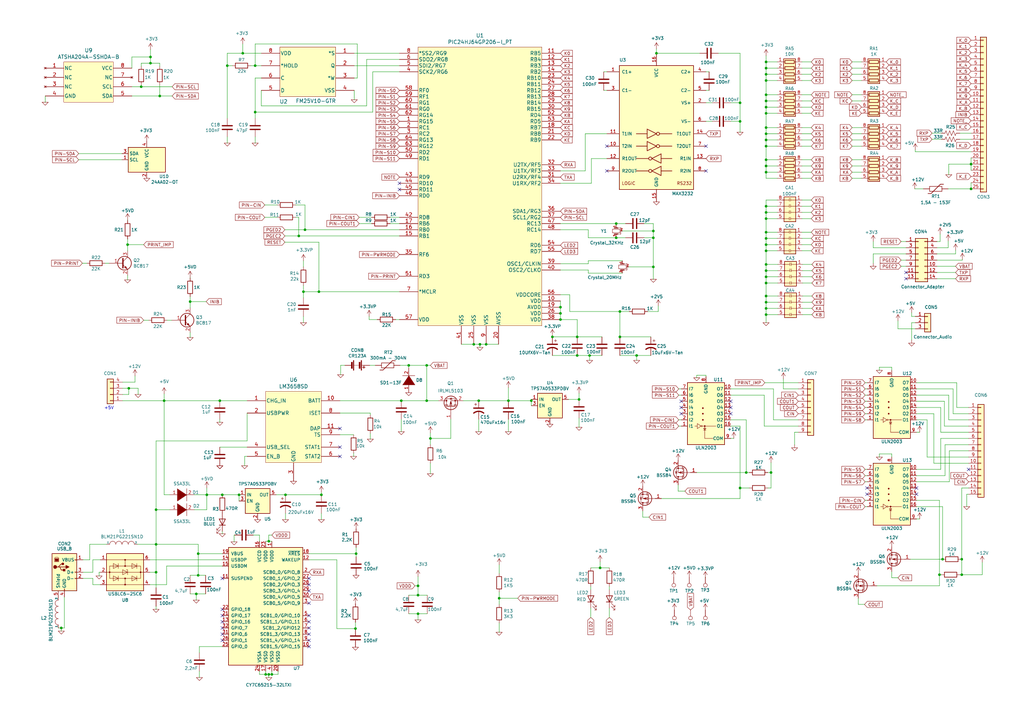
<source format=kicad_sch>
(kicad_sch (version 20211123) (generator eeschema)
  (paper "A3")
  (junction (at 25.146 257.556))
  (junction (at 252.73 97.536))
  (junction (at 314.198 116.078))
  (junction (at 314.198 46.482))
  (junction (at 199.39 141.224))
  (junction (at 303.53 42.164))
  (junction (at 314.198 102.87))
  (junction (at 269.24 21.844))
  (junction (at 171.45 240.284))
  (junction (at 246.126 232.918))
  (junction (at 314.198 129.032))
  (junction (at 226.568 138.176))
  (junction (at 61.722 25.908))
  (junction (at 314.198 52.324))
  (junction (at 196.342 164.338))
  (junction (at 196.85 141.224))
  (junction (at 314.198 70.612))
  (junction (at 236.728 138.176))
  (junction (at 64.008 223.266))
  (junction (at 314.198 43.942))
  (junction (at 267.97 109.474))
  (junction (at 316.23 193.802))
  (junction (at 314.198 65.532))
  (junction (at 171.45 244.094))
  (junction (at 61.722 23.368))
  (junction (at 93.218 26.924))
  (junction (at 99.568 21.844))
  (junction (at 217.932 164.338))
  (junction (at 314.198 30.48))
  (junction (at 117.094 202.946))
  (junction (at 314.198 126.492))
  (junction (at 261.112 145.796))
  (junction (at 194.31 141.224))
  (junction (at 386.588 229.362))
  (junction (at 314.198 27.94))
  (junction (at 314.198 121.412))
  (junction (at 130.81 119.634))
  (junction (at 394.462 235.712))
  (junction (at 90.17 164.338))
  (junction (at 164.592 164.338))
  (junction (at 314.198 95.25))
  (junction (at 52.832 159.258))
  (junction (at 306.07 193.802))
  (junction (at 314.198 87.122))
  (junction (at 57.912 35.56))
  (junction (at 314.198 113.538))
  (junction (at 98.044 202.946))
  (junction (at 314.198 110.998))
  (junction (at 124.46 119.634))
  (junction (at 314.198 38.862))
  (junction (at 385.318 235.712))
  (junction (at 84.836 202.946))
  (junction (at 314.198 68.072))
  (junction (at 314.198 59.944))
  (junction (at 64.008 234.696))
  (junction (at 229.87 128.524))
  (junction (at 65.532 39.37))
  (junction (at 254.254 127.762))
  (junction (at 229.87 125.984))
  (junction (at 67.31 164.338))
  (junction (at 81.28 235.966))
  (junction (at 146.05 227.076))
  (junction (at 314.198 97.79))
  (junction (at 314.198 108.458))
  (junction (at 175.006 164.338))
  (junction (at 80.518 243.586))
  (junction (at 145.796 257.81))
  (junction (at 110.236 276.606))
  (junction (at 91.186 202.946))
  (junction (at 267.97 94.742))
  (junction (at 241.808 145.796))
  (junction (at 314.198 33.02))
  (junction (at 252.73 91.694))
  (junction (at 175.006 149.86))
  (junction (at 314.198 41.402))
  (junction (at 254.254 138.176))
  (junction (at 208.534 164.338))
  (junction (at 125.095 94.234))
  (junction (at 108.966 276.606))
  (junction (at 314.198 89.662))
  (junction (at 104.648 26.924))
  (junction (at 110.236 221.996))
  (junction (at 314.198 54.864))
  (junction (at 204.724 245.364))
  (junction (at 122.555 96.774))
  (junction (at 237.49 163.83))
  (junction (at 104.648 45.974))
  (junction (at 314.198 25.4))
  (junction (at 267.97 97.536))
  (junction (at 64.008 209.042))
  (junction (at 176.53 179.832))
  (junction (at 314.198 123.952))
  (junction (at 314.198 84.582))
  (junction (at 77.978 123.698))
  (junction (at 398.272 77.47))
  (junction (at 52.324 100.33))
  (junction (at 398.272 67.31))
  (junction (at 314.198 57.404))
  (junction (at 303.53 49.784))
  (junction (at 303.53 200.152))
  (junction (at 394.462 229.362))
  (junction (at 229.87 131.064))
  (junction (at 236.728 145.796))
  (junction (at 111.506 276.606))
  (junction (at 314.198 100.33))
  (junction (at 81.28 227.076))
  (junction (at 171.45 251.714))
  (junction (at 131.826 202.946))
  (junction (at 167.64 149.86))
  (no_connect (at 299.72 164.592))
  (no_connect (at 91.186 255.016))
  (no_connect (at 126.746 239.776))
  (no_connect (at 126.746 255.016))
  (no_connect (at 355.6 200.152))
  (no_connect (at 126.746 252.476))
  (no_connect (at 139.446 183.388))
  (no_connect (at 91.186 237.236))
  (no_connect (at 91.186 257.556))
  (no_connect (at 248.92 59.944))
  (no_connect (at 289.56 70.104))
  (no_connect (at 91.186 249.936))
  (no_connect (at 91.186 260.096))
  (no_connect (at 126.746 260.096))
  (no_connect (at 279.4 167.132))
  (no_connect (at 126.746 237.236))
  (no_connect (at 355.6 202.692))
  (no_connect (at 91.186 262.636))
  (no_connect (at 139.446 175.768))
  (no_connect (at 289.56 59.944))
  (no_connect (at 139.446 187.198))
  (no_connect (at 299.72 167.132))
  (no_connect (at 279.4 169.672))
  (no_connect (at 397.256 192.532))
  (no_connect (at 126.746 262.636))
  (no_connect (at 163.83 75.184))
  (no_connect (at 126.746 265.176))
  (no_connect (at 126.746 257.556))
  (no_connect (at 91.186 252.476))
  (no_connect (at 371.602 111.76))
  (no_connect (at 371.602 114.3))
  (no_connect (at 126.746 247.396))
  (no_connect (at 299.72 169.672))
  (no_connect (at 163.83 77.724))
  (no_connect (at 279.4 164.592))
  (no_connect (at 375.92 200.152))
  (no_connect (at 248.92 70.104))
  (no_connect (at 375.92 202.692))
  (no_connect (at 126.746 242.316))
  (wire (pts (xy 314.198 113.538) (xy 314.198 116.078)))
  (wire (pts (xy 360.68 186.182) (xy 365.76 186.182)))
  (wire (pts (xy 151.892 170.18) (xy 151.892 169.418)))
  (wire (pts (xy 171.45 251.714) (xy 171.45 254.254)))
  (wire (pts (xy 329.184 110.998) (xy 332.994 110.998)))
  (wire (pts (xy 373.888 129.794) (xy 375.412 129.794)))
  (wire (pts (xy 124.46 122.174) (xy 124.46 119.634)))
  (wire (pts (xy 77.978 235.966) (xy 81.28 235.966)))
  (wire (pts (xy 314.198 116.078) (xy 314.198 121.412)))
  (wire (pts (xy 314.198 59.944) (xy 318.77 59.944)))
  (wire (pts (xy 255.27 94.742) (xy 267.97 94.742)))
  (wire (pts (xy 314.198 46.482) (xy 318.77 46.482)))
  (wire (pts (xy 226.568 138.176) (xy 236.728 138.176)))
  (wire (pts (xy 375.412 132.334) (xy 373.888 132.334)))
  (wire (pts (xy 110.236 221.996) (xy 110.236 219.456)))
  (wire (pts (xy 57.912 25.908) (xy 57.912 27.178)))
  (wire (pts (xy 386.588 207.772) (xy 386.588 229.362)))
  (wire (pts (xy 121.285 89.154) (xy 122.555 89.154)))
  (wire (pts (xy 317.246 172.212) (xy 327.406 172.212)))
  (wire (pts (xy 110.236 221.996) (xy 111.506 221.996)))
  (wire (pts (xy 388.874 77.47) (xy 398.272 77.47)))
  (wire (pts (xy 116.84 99.314) (xy 130.81 99.314)))
  (wire (pts (xy 130.81 99.314) (xy 130.81 119.634)))
  (wire (pts (xy 90.17 164.338) (xy 101.346 164.338)))
  (wire (pts (xy 314.198 41.402) (xy 318.77 41.402)))
  (wire (pts (xy 81.28 227.076) (xy 81.28 235.966)))
  (wire (pts (xy 57.912 25.908) (xy 61.722 25.908)))
  (wire (pts (xy 392.43 167.132) (xy 397.256 167.132)))
  (wire (pts (xy 124.46 132.334) (xy 124.46 129.794)))
  (wire (pts (xy 101.346 169.418) (xy 101.346 180.848)))
  (wire (pts (xy 236.728 131.064) (xy 236.728 138.176)))
  (wire (pts (xy 289.56 49.784) (xy 292.1 49.784)))
  (wire (pts (xy 353.314 59.944) (xy 349.504 59.944)))
  (wire (pts (xy 314.198 84.582) (xy 314.198 87.122)))
  (wire (pts (xy 104.648 32.004) (xy 107.188 32.004)))
  (wire (pts (xy 327.406 156.972) (xy 313.69 156.972)))
  (wire (pts (xy 241.808 145.796) (xy 241.808 147.828)))
  (wire (pts (xy 294.64 21.844) (xy 303.53 21.844)))
  (wire (pts (xy 81.788 267.716) (xy 81.788 265.176)))
  (wire (pts (xy 68.326 232.156) (xy 68.326 239.776)))
  (wire (pts (xy 355.6 159.512) (xy 354.838 159.512)))
  (wire (pts (xy 328.93 59.944) (xy 332.74 59.944)))
  (wire (pts (xy 146.558 18.034) (xy 104.648 18.034)))
  (wire (pts (xy 314.198 68.072) (xy 318.77 68.072)))
  (wire (pts (xy 61.468 234.696) (xy 64.008 234.696)))
  (wire (pts (xy 328.93 30.48) (xy 332.74 30.48)))
  (wire (pts (xy 241.3 94.234) (xy 241.3 97.536)))
  (wire (pts (xy 96.266 219.456) (xy 96.012 219.456)))
  (wire (pts (xy 64.008 223.266) (xy 81.28 223.266)))
  (wire (pts (xy 397.256 179.832) (xy 385.826 179.832)))
  (wire (pts (xy 375.412 61.468) (xy 375.412 62.23)))
  (wire (pts (xy 106.426 219.456) (xy 103.886 219.456)))
  (wire (pts (xy 388.874 98.806) (xy 388.874 101.6)))
  (wire (pts (xy 355.6 205.232) (xy 354.838 205.232)))
  (wire (pts (xy 314.198 65.532) (xy 318.77 65.532)))
  (wire (pts (xy 303.53 174.752) (xy 303.53 200.152)))
  (wire (pts (xy 204.724 245.364) (xy 204.724 242.824)))
  (wire (pts (xy 99.568 21.844) (xy 99.568 18.034)))
  (wire (pts (xy 204.724 231.648) (xy 204.724 235.204)))
  (wire (pts (xy 314.198 100.33) (xy 318.77 100.33)))
  (wire (pts (xy 358.14 101.6) (xy 358.14 99.06)))
  (wire (pts (xy 355.6 207.772) (xy 354.838 207.772)))
  (wire (pts (xy 299.72 42.164) (xy 303.53 42.164)))
  (wire (pts (xy 314.198 22.86) (xy 314.198 25.4)))
  (wire (pts (xy 38.1 239.776) (xy 41.148 239.776)))
  (wire (pts (xy 242.316 241.808) (xy 242.316 240.538)))
  (wire (pts (xy 269.24 21.844) (xy 287.02 21.844)))
  (wire (pts (xy 377.19 177.292) (xy 375.92 177.292)))
  (wire (pts (xy 23.876 257.556) (xy 25.146 257.556)))
  (wire (pts (xy 353.314 25.4) (xy 349.504 25.4)))
  (wire (pts (xy 303.53 49.784) (xy 303.53 42.164)))
  (wire (pts (xy 375.92 192.532) (xy 385.826 192.532)))
  (wire (pts (xy 81.28 227.076) (xy 91.186 227.076)))
  (wire (pts (xy 314.198 70.612) (xy 318.77 70.612)))
  (wire (pts (xy 41.148 234.696) (xy 40.64 234.696)))
  (wire (pts (xy 107.188 43.434) (xy 107.188 37.084)))
  (wire (pts (xy 104.648 45.974) (xy 104.648 32.004)))
  (wire (pts (xy 96.012 219.456) (xy 96.012 222.25)))
  (wire (pts (xy 64.008 180.848) (xy 64.008 209.042)))
  (wire (pts (xy 261.112 147.828) (xy 261.112 145.796)))
  (wire (pts (xy 332.74 41.402) (xy 328.93 41.402)))
  (wire (pts (xy 314.198 129.032) (xy 319.024 129.032)))
  (wire (pts (xy 70.358 131.318) (xy 68.58 131.318)))
  (wire (pts (xy 196.342 177.038) (xy 196.342 171.958)))
  (wire (pts (xy 392.43 156.972) (xy 375.92 156.972)))
  (wire (pts (xy 93.218 26.924) (xy 93.218 48.514)))
  (wire (pts (xy 52.324 102.87) (xy 52.324 100.33)))
  (wire (pts (xy 111.506 276.606) (xy 111.506 275.336)))
  (wire (pts (xy 108.966 221.996) (xy 110.236 221.996)))
  (wire (pts (xy 352.044 247.904) (xy 352.044 245.364)))
  (wire (pts (xy 60.96 131.318) (xy 58.928 131.318)))
  (wire (pts (xy 64.008 241.046) (xy 64.008 234.696)))
  (wire (pts (xy 328.93 57.404) (xy 332.74 57.404)))
  (wire (pts (xy 278.384 159.512) (xy 279.4 159.512)))
  (wire (pts (xy 40.64 234.696) (xy 40.64 236.22)))
  (wire (pts (xy 314.198 102.87) (xy 318.77 102.87)))
  (wire (pts (xy 84.836 202.946) (xy 84.836 209.042)))
  (wire (pts (xy 108.966 276.606) (xy 110.236 276.606)))
  (wire (pts (xy 104.648 48.514) (xy 104.648 45.974)))
  (wire (pts (xy 314.198 52.324) (xy 318.77 52.324)))
  (wire (pts (xy 314.198 46.482) (xy 314.198 52.324)))
  (wire (pts (xy 314.198 110.998) (xy 319.024 110.998)))
  (wire (pts (xy 391.922 102.616) (xy 391.922 104.14)))
  (wire (pts (xy 81.788 277.876) (xy 81.788 275.336)))
  (wire (pts (xy 314.198 121.412) (xy 319.024 121.412)))
  (wire (pts (xy 241.808 145.796) (xy 246.888 145.796)))
  (wire (pts (xy 314.96 200.152) (xy 316.23 200.152)))
  (wire (pts (xy 349.504 41.402) (xy 353.314 41.402)))
  (wire (pts (xy 314.198 27.94) (xy 314.198 30.48)))
  (wire (pts (xy 353.314 30.48) (xy 349.504 30.48)))
  (wire (pts (xy 90.17 183.388) (xy 101.346 183.388)))
  (wire (pts (xy 355.6 156.972) (xy 354.838 156.972)))
  (wire (pts (xy 34.036 234.696) (xy 38.1 234.696)))
  (wire (pts (xy 151.892 177.8) (xy 151.892 180.086)))
  (wire (pts (xy 171.45 236.474) (xy 171.45 240.284)))
  (wire (pts (xy 314.198 95.25) (xy 318.77 95.25)))
  (wire (pts (xy 261.112 145.796) (xy 266.954 145.796)))
  (wire (pts (xy 50.292 161.798) (xy 52.832 161.798)))
  (wire (pts (xy 314.198 129.032) (xy 314.198 132.334)))
  (wire (pts (xy 229.87 120.904) (xy 233.68 120.904)))
  (wire (pts (xy 56.642 159.258) (xy 56.642 161.798)))
  (wire (pts (xy 61.722 25.908) (xy 65.532 25.908)))
  (wire (pts (xy 314.198 84.582) (xy 318.77 84.582)))
  (wire (pts (xy 126.746 227.076) (xy 146.05 227.076)))
  (wire (pts (xy 25.146 257.556) (xy 25.146 258.826)))
  (wire (pts (xy 389.128 162.052) (xy 375.92 162.052)))
  (wire (pts (xy 151.638 149.86) (xy 153.924 149.86)))
  (wire (pts (xy 44.704 107.95) (xy 43.18 107.95)))
  (wire (pts (xy 267.97 94.742) (xy 267.97 97.536)))
  (wire (pts (xy 36.83 223.266) (xy 43.688 223.266)))
  (wire (pts (xy 321.31 155.448) (xy 321.31 159.512)))
  (wire (pts (xy 194.31 141.224) (xy 196.85 141.224)))
  (wire (pts (xy 204.724 247.904) (xy 204.724 245.364)))
  (wire (pts (xy 65.532 25.908) (xy 65.532 27.178)))
  (wire (pts (xy 285.75 154.94) (xy 285.75 153.924)))
  (wire (pts (xy 328.93 27.94) (xy 332.74 27.94)))
  (wire (pts (xy 241.3 112.014) (xy 255.27 112.014)))
  (wire (pts (xy 104.648 58.674) (xy 104.648 56.134)))
  (wire (pts (xy 265.684 127.762) (xy 270.002 127.762)))
  (wire (pts (xy 242.57 65.024) (xy 248.92 65.024)))
  (wire (pts (xy 355.6 164.592) (xy 354.838 164.592)))
  (wire (pts (xy 353.314 70.612) (xy 349.504 70.612)))
  (wire (pts (xy 95.25 26.924) (xy 93.218 26.924)))
  (wire (pts (xy 54.102 39.37) (xy 65.532 39.37)))
  (wire (pts (xy 249.936 253.238) (xy 249.936 249.428)))
  (wire (pts (xy 91.186 210.312) (xy 91.186 210.566)))
  (wire (pts (xy 314.198 27.94) (xy 318.77 27.94)))
  (wire (pts (xy 329.184 123.952) (xy 332.994 123.952)))
  (wire (pts (xy 68.326 232.156) (xy 91.186 232.156)))
  (wire (pts (xy 360.68 187.452) (xy 360.68 186.182)))
  (wire (pts (xy 229.87 75.184) (xy 242.57 75.184)))
  (wire (pts (xy 77.978 126.238) (xy 77.978 123.698)))
  (wire (pts (xy 176.53 179.832) (xy 184.912 179.832)))
  (wire (pts (xy 328.93 68.072) (xy 332.74 68.072)))
  (wire (pts (xy 108.966 276.606) (xy 108.966 275.336)))
  (wire (pts (xy 106.426 275.336) (xy 106.426 276.606)))
  (wire (pts (xy 25.146 257.556) (xy 26.416 257.556)))
  (wire (pts (xy 321.31 159.512) (xy 327.406 159.512)))
  (wire (pts (xy 332.74 43.942) (xy 328.93 43.942)))
  (wire (pts (xy 229.87 131.064) (xy 236.728 131.064)))
  (wire (pts (xy 390.906 159.512) (xy 390.906 169.672)))
  (wire (pts (xy 145.796 257.81) (xy 138.176 257.81)))
  (wire (pts (xy 285.75 153.924) (xy 289.56 153.924)))
  (wire (pts (xy 314.198 43.942) (xy 318.77 43.942)))
  (wire (pts (xy 314.198 97.79) (xy 314.198 100.33)))
  (wire (pts (xy 147.32 91.694) (xy 152.4 91.694)))
  (wire (pts (xy 99.568 21.844) (xy 93.218 21.844)))
  (wire (pts (xy 163.83 26.924) (xy 145.288 26.924)))
  (wire (pts (xy 358.14 104.14) (xy 358.14 107.95)))
  (wire (pts (xy 145.288 40.894) (xy 145.288 37.084)))
  (wire (pts (xy 196.85 141.224) (xy 199.39 141.224)))
  (wire (pts (xy 385.318 235.712) (xy 386.08 235.712)))
  (wire (pts (xy 252.73 97.536) (xy 256.54 97.536)))
  (wire (pts (xy 175.26 251.714) (xy 171.45 251.714)))
  (wire (pts (xy 389.128 172.212) (xy 397.256 172.212)))
  (wire (pts (xy 110.236 276.606) (xy 111.506 276.606)))
  (wire (pts (xy 327.406 177.292) (xy 325.882 177.292)))
  (wire (pts (xy 373.888 128.27) (xy 373.888 129.794)))
  (wire (pts (xy 365.76 150.622) (xy 365.76 151.892)))
  (wire (pts (xy 373.888 132.334) (xy 373.888 139.446)))
  (wire (pts (xy 269.24 20.066) (xy 269.24 21.844)))
  (wire (pts (xy 54.102 35.56) (xy 57.912 35.56)))
  (wire (pts (xy 299.72 159.512) (xy 317.246 159.512)))
  (wire (pts (xy 289.306 236.728) (xy 289.306 236.982)))
  (wire (pts (xy 65.532 34.798) (xy 65.532 39.37)))
  (wire (pts (xy 325.882 177.292) (xy 325.882 182.372)))
  (wire (pts (xy 332.74 100.33) (xy 328.93 100.33)))
  (wire (pts (xy 267.97 97.536) (xy 267.97 109.474)))
  (wire (pts (xy 34.036 237.236) (xy 38.1 237.236)))
  (wire (pts (xy 392.43 156.972) (xy 392.43 167.132)))
  (wire (pts (xy 68.326 239.776) (xy 61.468 239.776)))
  (wire (pts (xy 289.56 29.464) (xy 290.83 29.464)))
  (wire (pts (xy 314.198 43.942) (xy 314.198 46.482)))
  (wire (pts (xy 121.285 84.074) (xy 125.095 84.074)))
  (wire (pts (xy 382.27 54.61) (xy 386.08 54.61)))
  (wire (pts (xy 99.568 21.844) (xy 107.188 21.844)))
  (wire (pts (xy 314.198 97.79) (xy 318.77 97.79)))
  (wire (pts (xy 314.198 65.532) (xy 314.198 68.072)))
  (wire (pts (xy 81.788 265.176) (xy 91.186 265.176)))
  (wire (pts (xy 164.084 149.86) (xy 167.64 149.86)))
  (wire (pts (xy 353.314 68.072) (xy 349.504 68.072)))
  (wire (pts (xy 229.87 128.524) (xy 229.87 131.064)))
  (wire (pts (xy 38.1 229.616) (xy 41.148 229.616)))
  (wire (pts (xy 355.6 192.532) (xy 354.838 192.532)))
  (wire (pts (xy 328.93 33.02) (xy 332.74 33.02)))
  (wire (pts (xy 307.34 193.802) (xy 306.07 193.802)))
  (wire (pts (xy 332.74 102.87) (xy 328.93 102.87)))
  (wire (pts (xy 397.256 187.452) (xy 380.238 187.452)))
  (wire (pts (xy 111.506 276.606) (xy 114.046 276.606)))
  (wire (pts (xy 91.186 202.946) (xy 98.044 202.946)))
  (wire (pts (xy 313.436 174.752) (xy 327.406 174.752)))
  (wire (pts (xy 365.76 186.182) (xy 365.76 187.452)))
  (wire (pts (xy 329.184 108.458) (xy 332.994 108.458)))
  (wire (pts (xy 175.006 164.338) (xy 179.832 164.338)))
  (wire (pts (xy 289.56 37.084) (xy 290.83 37.084)))
  (wire (pts (xy 152.908 45.974) (xy 152.908 29.464)))
  (wire (pts (xy 64.008 223.266) (xy 56.388 223.266)))
  (wire (pts (xy 229.87 91.694) (xy 252.73 91.694)))
  (wire (pts (xy 18.542 41.91) (xy 18.542 39.37)))
  (wire (pts (xy 375.92 195.072) (xy 387.604 195.072)))
  (wire (pts (xy 171.45 244.094) (xy 175.26 244.094)))
  (wire (pts (xy 332.74 97.79) (xy 328.93 97.79)))
  (wire (pts (xy 90.17 171.958) (xy 90.17 173.228)))
  (wire (pts (xy 385.826 179.832) (xy 385.826 192.532)))
  (wire (pts (xy 146.05 224.536) (xy 146.05 227.076)))
  (wire (pts (xy 314.198 123.952) (xy 319.024 123.952)))
  (wire (pts (xy 375.92 207.772) (xy 386.588 207.772)))
  (wire (pts (xy 314.198 95.25) (xy 314.198 97.79)))
  (wire (pts (xy 314.198 54.864) (xy 318.77 54.864)))
  (wire (pts (xy 61.468 229.616) (xy 91.186 229.616)))
  (wire (pts (xy 314.198 87.122) (xy 314.198 89.662)))
  (wire (pts (xy 389.382 197.612) (xy 375.92 197.612)))
  (wire (pts (xy 147.32 89.154) (xy 152.4 89.154)))
  (wire (pts (xy 116.84 96.774) (xy 122.555 96.774)))
  (wire (pts (xy 314.96 193.802) (xy 316.23 193.802)))
  (wire (pts (xy 106.426 276.606) (xy 108.966 276.606)))
  (wire (pts (xy 314.198 38.862) (xy 318.77 38.862)))
  (wire (pts (xy 199.39 141.224) (xy 204.47 141.224)))
  (wire (pts (xy 50.292 156.718) (xy 55.372 156.718)))
  (wire (pts (xy 54.102 23.368) (xy 61.722 23.368)))
  (wire (pts (xy 328.93 25.4) (xy 332.74 25.4)))
  (wire (pts (xy 55.372 156.718) (xy 55.372 154.178)))
  (wire (pts (xy 314.198 126.492) (xy 319.024 126.492)))
  (wire (pts (xy 167.64 244.094) (xy 171.45 244.094)))
  (wire (pts (xy 64.008 209.042) (xy 64.008 223.266)))
  (wire (pts (xy 332.74 46.482) (xy 328.93 46.482)))
  (wire (pts (xy 369.57 109.22) (xy 371.602 109.22)))
  (wire (pts (xy 50.292 159.258) (xy 52.832 159.258)))
  (wire (pts (xy 100.33 187.198) (xy 100.33 191.008)))
  (wire (pts (xy 314.198 57.404) (xy 318.77 57.404)))
  (wire (pts (xy 328.93 89.662) (xy 332.74 89.662)))
  (wire (pts (xy 332.74 38.862) (xy 328.93 38.862)))
  (wire (pts (xy 171.45 244.094) (xy 171.45 240.284)))
  (wire (pts (xy 384.302 104.14) (xy 391.922 104.14)))
  (wire (pts (xy 84.836 202.946) (xy 91.186 202.946)))
  (wire (pts (xy 314.198 123.952) (xy 314.198 126.492)))
  (wire (pts (xy 151.384 131.064) (xy 151.384 129.794)))
  (wire (pts (xy 314.198 38.862) (xy 314.198 41.402)))
  (wire (pts (xy 280.924 201.422) (xy 278.13 201.422)))
  (wire (pts (xy 380.238 187.452) (xy 380.238 172.212)))
  (wire (pts (xy 384.302 114.3) (xy 391.922 114.3)))
  (wire (pts (xy 394.462 229.362) (xy 394.462 235.712)))
  (wire (pts (xy 314.198 126.492) (xy 314.198 129.032)))
  (wire (pts (xy 314.198 116.078) (xy 319.024 116.078)))
  (wire (pts (xy 358.14 104.14) (xy 371.602 104.14)))
  (wire (pts (xy 122.555 96.774) (xy 163.83 96.774)))
  (wire (pts (xy 328.93 73.152) (xy 332.74 73.152)))
  (wire (pts (xy 375.158 77.47) (xy 378.714 77.47)))
  (wire (pts (xy 61.722 23.368) (xy 61.722 25.908)))
  (wire (pts (xy 242.316 253.238) (xy 242.316 249.428)))
  (wire (pts (xy 175.006 149.86) (xy 176.53 149.86)))
  (wire (pts (xy 110.236 276.606) (xy 110.236 277.876)))
  (wire (pts (xy 229.87 125.984) (xy 229.87 128.524)))
  (wire (pts (xy 313.436 162.052) (xy 313.436 174.752)))
  (wire (pts (xy 314.198 41.402) (xy 314.198 43.942)))
  (wire (pts (xy 240.03 54.864) (xy 240.03 70.104)))
  (wire (pts (xy 375.92 164.592) (xy 387.35 164.592)))
  (wire (pts (xy 369.57 106.68) (xy 371.602 106.68)))
  (wire (pts (xy 257.81 109.474) (xy 267.97 109.474)))
  (wire (pts (xy 329.184 116.078) (xy 332.994 116.078)))
  (wire (pts (xy 248.92 37.084) (xy 247.65 37.084)))
  (wire (pts (xy 385.826 167.132) (xy 385.826 177.292)))
  (wire (pts (xy 254.254 127.762) (xy 254.254 138.176)))
  (wire (pts (xy 353.314 65.532) (xy 349.504 65.532)))
  (wire (pts (xy 384.302 111.76) (xy 391.922 111.76)))
  (wire (pts (xy 375.92 169.672) (xy 383.032 169.672)))
  (wire (pts (xy 279.4 174.752) (xy 278.384 174.752)))
  (wire (pts (xy 32.258 65.532) (xy 50.038 65.532)))
  (wire (pts (xy 101.346 187.198) (xy 100.33 187.198)))
  (wire (pts (xy 314.198 70.612) (xy 314.198 73.152)))
  (wire (pts (xy 217.932 164.338) (xy 217.932 166.37)))
  (wire (pts (xy 360.68 151.892) (xy 360.68 150.622)))
  (wire (pts (xy 353.314 38.862) (xy 349.504 38.862)))
  (wire (pts (xy 266.954 138.176) (xy 254.254 138.176)))
  (wire (pts (xy 386.588 229.362) (xy 373.38 229.362)))
  (wire (pts (xy 138.176 257.81) (xy 138.176 229.616)))
  (wire (pts (xy 314.198 82.042) (xy 314.198 84.582)))
  (wire (pts (xy 80.518 243.586) (xy 84.328 243.586)))
  (wire (pts (xy 104.648 18.034) (xy 104.648 26.924)))
  (wire (pts (xy 377.19 212.852) (xy 375.92 212.852)))
  (wire (pts (xy 93.218 21.844) (xy 93.218 26.924)))
  (wire (pts (xy 314.198 113.538) (xy 319.024 113.538)))
  (wire (pts (xy 106.426 221.996) (xy 106.426 219.456)))
  (wire (pts (xy 278.384 162.052) (xy 279.4 162.052)))
  (wire (pts (xy 36.83 229.616) (xy 36.83 223.266)))
  (wire (pts (xy 196.342 164.338) (xy 208.534 164.338)))
  (wire (pts (xy 139.446 164.338) (xy 164.592 164.338)))
  (wire (pts (xy 67.31 164.338) (xy 67.31 202.946)))
  (wire (pts (xy 65.532 39.37) (xy 70.612 39.37)))
  (wire (pts (xy 383.032 189.992) (xy 397.256 189.992)))
  (wire (pts (xy 145.034 187.198) (xy 145.034 185.928)))
  (wire (pts (xy 52.832 159.258) (xy 56.642 159.258)))
  (wire (pts (xy 278.13 201.422) (xy 278.13 198.882)))
  (wire (pts (xy 160.02 89.154) (xy 163.83 89.154)))
  (wire (pts (xy 390.906 169.672) (xy 397.256 169.672)))
  (wire (pts (xy 360.68 150.622) (xy 365.76 150.622)))
  (wire (pts (xy 67.31 202.946) (xy 69.596 202.946)))
  (wire (pts (xy 38.1 237.236) (xy 38.1 239.776)))
  (wire (pts (xy 355.6 169.672) (xy 354.838 169.672)))
  (wire (pts (xy 176.53 179.832) (xy 176.53 182.372)))
  (wire (pts (xy 114.046 276.606) (xy 114.046 275.336)))
  (wire (pts (xy 204.724 245.364) (xy 212.344 245.364)))
  (wire (pts (xy 332.74 95.25) (xy 328.93 95.25)))
  (wire (pts (xy 314.198 33.02) (xy 314.198 38.862)))
  (wire (pts (xy 233.68 127.762) (xy 233.68 120.904)))
  (wire (pts (xy 355.6 197.612) (xy 354.838 197.612)))
  (wire (pts (xy 54.102 27.94) (xy 54.102 23.368)))
  (wire (pts (xy 241.3 97.536) (xy 252.73 97.536)))
  (wire (pts (xy 124.46 119.634) (xy 124.46 117.094)))
  (wire (pts (xy 328.93 54.864) (xy 332.74 54.864)))
  (wire (pts (xy 387.604 182.372) (xy 397.256 182.372)))
  (wire (pts (xy 164.592 164.338) (xy 175.006 164.338)))
  (wire (pts (xy 150.368 24.384) (xy 150.368 43.434)))
  (wire (pts (xy 397.256 184.912) (xy 389.382 184.912)))
  (wire (pts (xy 167.64 149.86) (xy 175.006 149.86)))
  (wire (pts (xy 122.555 89.154) (xy 122.555 96.774)))
  (wire (pts (xy 52.324 100.33) (xy 58.928 100.33)))
  (wire (pts (xy 146.558 32.004) (xy 146.558 18.034)))
  (wire (pts (xy 81.28 227.076) (xy 81.28 223.266)))
  (wire (pts (xy 389.128 67.31) (xy 389.128 71.628)))
  (wire (pts (xy 80.518 243.586) (xy 80.518 246.126)))
  (wire (pts (xy 229.87 110.744) (xy 241.3 110.744)))
  (wire (pts (xy 383.032 169.672) (xy 383.032 189.992)))
  (wire (pts (xy 64.008 249.936) (xy 64.008 248.666)))
  (wire (pts (xy 358.14 101.6) (xy 371.602 101.6)))
  (wire (pts (xy 375.92 205.232) (xy 385.318 205.232)))
  (wire (pts (xy 394.462 200.152) (xy 394.462 229.362)))
  (wire (pts (xy 171.45 240.284) (xy 170.18 240.284)))
  (wire (pts (xy 382.27 57.15) (xy 386.08 57.15)))
  (wire (pts (xy 237.49 171.45) (xy 237.49 175.26)))
  (wire (pts (xy 110.236 219.456) (xy 111.506 219.456)))
  (wire (pts (xy 329.184 113.538) (xy 332.994 113.538)))
  (wire (pts (xy 385.318 240.284) (xy 385.318 235.712)))
  (wire (pts (xy 316.23 193.802) (xy 316.23 200.152)))
  (wire (pts (xy 387.35 174.752) (xy 397.256 174.752)))
  (wire (pts (xy 233.68 127.762) (xy 254.254 127.762)))
  (wire (pts (xy 249.936 241.808) (xy 249.936 240.538)))
  (wire (pts (xy 314.198 30.48) (xy 314.198 33.02)))
  (wire (pts (xy 375.92 159.512) (xy 390.906 159.512)))
  (wire (pts (xy 93.218 58.674) (xy 93.218 56.134)))
  (wire (pts (xy 300.99 179.832) (xy 299.72 179.832)))
  (wire (pts (xy 77.978 121.666) (xy 77.978 123.698)))
  (wire (pts (xy 303.53 200.152) (xy 307.34 200.152)))
  (wire (pts (xy 387.35 164.592) (xy 387.35 174.752)))
  (wire (pts (xy 146.05 227.076) (xy 146.05 228.346)))
  (wire (pts (xy 241.3 108.204) (xy 241.3 106.934)))
  (wire (pts (xy 189.23 141.224) (xy 194.31 141.224)))
  (wire (pts (xy 248.92 29.464) (xy 247.65 29.464)))
  (wire (pts (xy 353.314 73.152) (xy 349.504 73.152)))
  (wire (pts (xy 385.572 99.06) (xy 384.302 99.06)))
  (wire (pts (xy 267.97 109.474) (xy 267.97 114.554)))
  (wire (pts (xy 398.272 67.31) (xy 398.272 69.85)))
  (wire (pts (xy 167.64 251.714) (xy 171.45 251.714)))
  (wire (pts (xy 254.254 145.796) (xy 261.112 145.796)))
  (wire (pts (xy 52.324 114.808) (xy 52.324 113.03)))
  (wire (pts (xy 385.318 205.232) (xy 385.318 235.712)))
  (wire (pts (xy 314.198 25.4) (xy 314.198 27.94)))
  (wire (pts (xy 150.368 43.434) (xy 107.188 43.434)))
  (wire (pts (xy 241.3 106.934) (xy 255.27 106.934)))
  (wire (pts (xy 314.198 89.662) (xy 314.198 95.25)))
  (wire (pts (xy 64.008 209.042) (xy 69.596 209.042)))
  (wire (pts (xy 299.72 172.212) (xy 306.07 172.212)))
  (wire (pts (xy 389.382 184.912) (xy 389.382 197.612)))
  (wire (pts (xy 163.83 24.384) (xy 150.368 24.384)))
  (wire (pts (xy 318.77 73.152) (xy 314.198 73.152)))
  (wire (pts (xy 314.198 100.33) (xy 314.198 102.87)))
  (wire (pts (xy 116.84 94.234) (xy 125.095 94.234)))
  (wire (pts (xy 237.49 163.83) (xy 233.172 163.83)))
  (wire (pts (xy 176.53 189.992) (xy 176.53 194.31)))
  (wire (pts (xy 240.03 54.864) (xy 248.92 54.864)))
  (wire (pts (xy 67.31 164.338) (xy 90.17 164.338)))
  (wire (pts (xy 125.095 94.234) (xy 163.83 94.234)))
  (wire (pts (xy 263.652 212.09) (xy 263.652 209.55)))
  (wire (pts (xy 271.272 204.47) (xy 303.53 204.47)))
  (wire (pts (xy 402.844 235.712) (xy 402.844 230.632)))
  (wire (pts (xy 91.186 217.932) (xy 91.186 218.948)))
  (wire (pts (xy 355.6 167.132) (xy 354.838 167.132)))
  (wire (pts (xy 306.07 172.212) (xy 306.07 193.802)))
  (wire (pts (xy 328.93 82.042) (xy 332.74 82.042)))
  (wire (pts (xy 384.302 109.22) (xy 391.922 109.22)))
  (wire (pts (xy 258.064 127.762) (xy 254.254 127.762)))
  (wire (pts (xy 208.534 164.338) (xy 217.932 164.338)))
  (wire (pts (xy 279.4 172.212) (xy 278.384 172.212)))
  (wire (pts (xy 355.6 195.072) (xy 354.838 195.072)))
  (wire (pts (xy 394.462 235.712) (xy 402.844 235.712)))
  (wire (pts (xy 108.585 89.154) (xy 113.665 89.154)))
  (wire (pts (xy 365.76 236.982) (xy 365.76 234.442)))
  (wire (pts (xy 266.192 212.09) (xy 263.652 212.09)))
  (wire (pts (xy 270.002 125.476) (xy 270.002 127.762)))
  (wire (pts (xy 303.53 49.784) (xy 303.53 54.229)))
  (wire (pts (xy 184.912 179.832) (xy 184.912 171.958)))
  (wire (pts (xy 316.23 193.802) (xy 316.23 189.738)))
  (wire (pts (xy 237.49 163.83) (xy 237.49 161.29)))
  (wire (pts (xy 393.7 57.15) (xy 398.272 57.15)))
  (wire (pts (xy 394.462 200.152) (xy 397.256 200.152)))
  (wire (pts (xy 52.832 159.258) (xy 52.832 161.798)))
  (wire (pts (xy 204.724 259.334) (xy 204.724 255.524)))
  (wire (pts (xy 236.728 138.176) (xy 246.888 138.176)))
  (wire (pts (xy 398.272 62.23) (xy 375.412 62.23)))
  (wire (pts (xy 152.908 45.974) (xy 104.648 45.974)))
  (wire (pts (xy 208.534 177.038) (xy 208.534 171.958)))
  (wire (pts (xy 359.664 240.284) (xy 385.318 240.284)))
  (wire (pts (xy 314.198 33.02) (xy 318.77 33.02)))
  (wire (pts (xy 77.978 138.43) (xy 77.978 136.398)))
  (wire (pts (xy 226.568 138.176) (xy 226.568 137.668)))
  (wire (pts (xy 154.686 131.064) (xy 151.384 131.064)))
  (wire (pts (xy 167.64 150.876) (xy 167.64 149.86)))
  (wire (pts (xy 252.73 91.694) (xy 256.54 91.694)))
  (wire (pts (xy 398.272 67.31) (xy 389.128 67.31)))
  (wire (pts (xy 98.044 202.946) (xy 98.044 205.486)))
  (wire (pts (xy 396.494 202.692) (xy 397.256 202.692)))
  (wire (pts (xy 145.796 255.27) (xy 145.796 257.81)))
  (wire (pts (xy 314.198 25.4) (xy 318.77 25.4)))
  (wire (pts (xy 267.97 97.536) (xy 264.16 97.536)))
  (wire (pts (xy 252.73 91.694) (xy 252.73 92.202)))
  (wire (pts (xy 164.592 177.038) (xy 164.592 171.958)))
  (wire (pts (xy 299.72 162.052) (xy 313.436 162.052)))
  (wire (pts (xy 314.198 108.458) (xy 314.198 110.998)))
  (wire (pts (xy 353.314 57.404) (xy 349.504 57.404)))
  (wire (pts (xy 175.006 149.86) (xy 175.006 164.338)))
  (wire (pts (xy 329.184 121.412) (xy 332.994 121.412)))
  (wire (pts (xy 303.53 200.152) (xy 303.53 204.47)))
  (wire (pts (xy 354.584 247.904) (xy 352.044 247.904)))
  (wire (pts (xy 145.288 32.004) (xy 146.558 32.004)))
  (wire (pts (xy 229.87 70.104) (xy 240.03 70.104)))
  (wire (pts (xy 394.462 229.362) (xy 394.208 229.362)))
  (wire (pts (xy 34.036 229.616) (xy 36.83 229.616)))
  (wire (pts (xy 314.198 68.072) (xy 314.198 70.612)))
  (wire (pts (xy 77.978 113.792) (xy 77.978 114.046)))
  (wire (pts (xy 328.93 84.582) (xy 332.74 84.582)))
  (wire (pts (xy 306.07 193.802) (xy 285.75 193.802)))
  (wire (pts (xy 160.02 91.694) (xy 163.83 91.694)))
  (wire (pts (xy 289.56 153.924) (xy 289.56 154.432)))
  (wire (pts (xy 267.97 91.694) (xy 267.97 94.742)))
  (wire (pts (xy 380.238 172.212) (xy 375.92 172.212)))
  (wire (pts (xy 229.87 94.234) (xy 241.3 94.234)))
  (wire (pts (xy 107.188 26.924) (xy 104.648 26.924)))
  (wire (pts (xy 264.16 91.694) (xy 267.97 91.694)))
  (wire (pts (xy 314.198 110.998) (xy 314.198 113.538)))
  (wire (pts (xy 393.7 54.61) (xy 398.272 54.61)))
  (wire (pts (xy 77.978 243.586) (xy 80.518 243.586)))
  (wire (pts (xy 236.728 145.796) (xy 241.808 145.796)))
  (wire (pts (xy 139.7 149.86) (xy 139.7 153.67)))
  (wire (pts (xy 64.008 234.696) (xy 64.008 223.266)))
  (wire (pts (xy 163.83 29.464) (xy 152.908 29.464)))
  (wire (pts (xy 84.836 200.152) (xy 84.836 202.946)))
  (wire (pts (xy 77.978 123.698) (xy 84.582 123.698)))
  (wire (pts (xy 314.198 108.458) (xy 319.024 108.458)))
  (wire (pts (xy 108.585 84.074) (xy 113.665 84.074)))
  (wire (pts (xy 375.92 167.132) (xy 385.826 167.132)))
  (wire (pts (xy 355.6 162.052) (xy 354.838 162.052)))
  (wire (pts (xy 299.72 174.752) (xy 303.53 174.752)))
  (wire (pts (xy 246.126 232.918) (xy 249.936 232.918)))
  (wire (pts (xy 131.826 210.566) (xy 131.826 213.106)))
  (wire (pts (xy 394.716 106.68) (xy 394.716 106.426)))
  (wire (pts (xy 81.28 235.966) (xy 84.328 235.966)))
  (wire (pts (xy 314.198 54.864) (xy 314.198 57.404)))
  (wire (pts (xy 387.604 195.072) (xy 387.604 182.372)))
  (wire (pts (xy 33.782 107.95) (xy 35.56 107.95)))
  (wire (pts (xy 314.198 30.48) (xy 318.77 30.48)))
  (wire (pts (xy 26.416 257.556) (xy 26.416 244.856)))
  (wire (pts (xy 328.93 87.122) (xy 332.74 87.122)))
  (wire (pts (xy 151.892 169.418) (xy 139.446 169.418)))
  (wire (pts (xy 314.198 57.404) (xy 314.198 59.944)))
  (wire (pts (xy 328.93 70.612) (xy 332.74 70.612)))
  (wire (pts (xy 369.57 99.06) (xy 371.602 99.06)))
  (wire (pts (xy 176.53 177.546) (xy 176.53 179.832)))
  (wire (pts (xy 289.56 42.164) (xy 292.1 42.164)))
  (wire (pts (xy 189.992 164.338) (xy 196.342 164.338)))
  (wire (pts (xy 353.314 27.94) (xy 349.504 27.94)))
  (wire (pts (xy 229.87 123.444) (xy 229.87 125.984)))
  (wire (pts (xy 131.826 202.946) (xy 131.826 201.93)))
  (wire (pts (xy 299.72 49.784) (xy 303.53 49.784)))
  (wire (pts (xy 79.756 202.946) (xy 84.836 202.946)))
  (wire (pts (xy 318.77 89.662) (xy 314.198 89.662)))
  (wire (pts (xy 52.324 98.044) (xy 52.324 100.33)))
  (wire (pts (xy 368.3 134.874) (xy 375.412 134.874)))
  (wire (pts (xy 113.284 202.946) (xy 117.094 202.946)))
  (wire (pts (xy 385.572 96.012) (xy 385.572 99.06)))
  (wire (pts (xy 314.198 121.412) (xy 314.198 123.952)))
  (wire (pts (xy 303.53 21.844) (xy 303.53 42.164)))
  (wire (pts (xy 385.826 177.292) (xy 397.256 177.292)))
  (wire (pts (xy 242.316 232.918) (xy 246.126 232.918)))
  (wire (pts (xy 141.478 149.86) (xy 139.7 149.86)))
  (wire (pts (xy 38.1 234.696) (xy 38.1 229.616)))
  (wire (pts (xy 384.302 106.68) (xy 394.716 106.68)))
  (wire (pts (xy 102.87 26.924) (xy 104.648 26.924)))
  (wire (pts (xy 229.87 108.204) (xy 241.3 108.204)))
  (wire (pts (xy 389.128 162.052) (xy 389.128 172.212)))
  (wire (pts (xy 50.292 164.338) (xy 67.31 164.338)))
  (wire (pts (xy 241.3 110.744) (xy 241.3 112.014)))
  (wire (pts (xy 353.314 54.864) (xy 349.504 54.864)))
  (wire (pts (xy 208.534 159.004) (xy 208.534 164.338)))
  (wire (pts (xy 329.184 126.492) (xy 332.994 126.492)))
  (wire (pts (xy 130.81 119.634) (xy 163.83 119.634)))
  (wire (pts (xy 317.246 159.512) (xy 317.246 172.212)))
  (wire (pts (xy 61.722 20.32) (xy 61.722 23.368)))
  (wire (pts (xy 328.93 52.324) (xy 332.74 52.324)))
  (wire (pts (xy 125.095 84.074) (xy 125.095 94.234)))
  (wire (pts (xy 32.258 62.992) (xy 50.038 62.992)))
  (wire (pts (xy 124.46 119.634) (xy 130.81 119.634)))
  (wire (pts (xy 145.034 178.308) (xy 139.446 178.308)))
  (wire (pts (xy 384.302 101.6) (xy 388.874 101.6)))
  (wire (pts (xy 314.198 52.324) (xy 314.198 54.864)))
  (wire (pts (xy 329.184 129.032) (xy 332.994 129.032)))
  (wire (pts (xy 318.77 82.042) (xy 314.198 82.042)))
  (wire (pts (xy 398.272 74.93) (xy 398.272 77.47)))
  (wire (pts (xy 79.756 209.042) (xy 84.836 209.042)))
  (wire (pts (xy 398.272 64.77) (xy 398.272 67.31)))
  (wire (pts (xy 64.008 180.848) (xy 101.346 180.848)))
  (wire (pts (xy 246.126 232.918) (xy 246.126 230.378)))
  (wire (pts (xy 318.77 87.122) (xy 314.198 87.122)))
  (wire (pts (xy 117.094 210.566) (xy 117.094 213.106)))
  (wire (pts (xy 162.306 131.064) (xy 163.83 131.064)))
  (wire (pts (xy 217.932 163.83) (xy 217.932 164.338)))
  (wire (pts (xy 314.198 59.944) (xy 314.198 65.532)))
  (wire (pts (xy 368.3 131.572) (xy 368.3 134.874)))
  (wire (pts (xy 226.568 145.796) (xy 236.728 145.796)))
  (wire (pts (xy 52.324 90.17) (xy 52.324 90.424)))
  (wire (pts (xy 353.314 52.324) (xy 349.504 52.324)))
  (wire (pts (xy 138.176 229.616) (xy 126.746 229.616)))
  (wire (pts (xy 242.57 65.024) (xy 242.57 75.184)))
  (wire (pts (xy 314.198 102.87) (xy 314.198 108.458)))
  (wire (pts (xy 67.31 161.544) (xy 67.31 164.338)))
  (wire (pts (xy 124.46 109.474) (xy 124.46 106.934)))
  (wire (pts (xy 117.094 202.946) (xy 131.826 202.946)))
  (wire (pts (xy 196.85 141.224) (xy 196.85 142.494)))
  (wire (pts (xy 396.494 207.772) (xy 396.494 202.692)))
  (wire (pts (xy 57.912 35.56) (xy 70.612 35.56)))
  (wire (pts (xy 328.93 65.532) (xy 332.74 65.532)))
  (wire (pts (xy 252.73 97.282) (xy 252.73 97.536)))
  (wire (pts (xy 368.3 236.982) (xy 365.76 236.982)))
  (wire (pts (xy 57.912 34.798) (xy 57.912 35.56)))
  (wire (pts (xy 353.314 33.02) (xy 349.504 33.02)))
  (wire (pts (xy 163.83 21.844) (xy 145.288 21.844)))
  (wire (pts (xy 355.6 172.212) (xy 354.838 172.212)))
  (wire (pts (xy 393.7 235.712) (xy 394.462 235.712)))
  (text "+5V" (at 42.672 168.148 0) (effects (font (size 1.27 1.27)) (justify left bottom)))
  (global_label "KE" (shape input) (at 332.74 102.87 0) (property "Intersheet References" "${INTERSHEET_REFS}" (effects hide)))
  (global_label "K6" (shape input) (at 332.74 57.404 0) (property "Intersheet References" "${INTERSHEET_REFS}" (effects hide)))
  (global_label "K7" (shape input) (at 349.504 59.944 180) (property "Intersheet References" "${INTERSHEET_REFS}" (effects hide)))
  (global_label "KB" (shape input) (at 332.74 73.152 0) (property "Intersheet References" "${INTERSHEET_REFS}" (effects hide)))
  (global_label "K_0" (shape input) (at 363.474 25.4 0) (property "Intersheet References" "${INTERSHEET_REFS}" (effects hide)))
  (global_label "PIN-S5" (shape input) (at 163.83 49.784 180) (property "Intersheet References" "${INTERSHEET_REFS}" (effects hide)))
  (global_label "K_E" (shape input) (at 398.272 72.39 180) (property "Intersheet References" "${INTERSHEET_REFS}" (effects hide)))
  (global_label "K_6" (shape input) (at 363.474 57.404 0) (property "Intersheet References" "${INTERSHEET_REFS}" (effects hide)))
  (global_label "VDDD" (shape input) (at 170.18 240.284 180) (property "Intersheet References" "${INTERSHEET_REFS}" (effects hide)))
  (global_label "COUT1" (shape input) (at 327.406 164.592 180) (property "Intersheet References" "${INTERSHEET_REFS}" (effects hide)))
  (global_label "PIN-S9" (shape input) (at 354.838 169.672 180) (property "Intersheet References" "${INTERSHEET_REFS}" (effects hide)))
  (global_label "VBAT" (shape input) (at 283.21 250.19 90) (property "Intersheet References" "${INTERSHEET_REFS}" (effects hide)))
  (global_label "K_C" (shape input) (at 398.272 52.07 180) (property "Intersheet References" "${INTERSHEET_REFS}" (effects hide)))
  (global_label "PIN-COUT" (shape input) (at 108.585 89.154 180) (property "Intersheet References" "${INTERSHEET_REFS}" (effects hide)))
  (global_label "PIN-PRINT" (shape input) (at 33.782 107.95 180) (property "Intersheet References" "${INTERSHEET_REFS}" (effects hide)))
  (global_label "K9" (shape input) (at 332.994 123.952 0) (property "Intersheet References" "${INTERSHEET_REFS}" (effects hide)))
  (global_label "KD" (shape input) (at 332.74 100.33 0) (property "Intersheet References" "${INTERSHEET_REFS}" (effects hide)))
  (global_label "K3" (shape input) (at 332.74 89.662 0) (property "Intersheet References" "${INTERSHEET_REFS}" (effects hide)))
  (global_label "K7" (shape input) (at 229.87 39.624 0) (property "Intersheet References" "${INTERSHEET_REFS}" (effects hide)))
  (global_label "K2" (shape input) (at 332.74 87.122 0) (property "Intersheet References" "${INTERSHEET_REFS}" (effects hide)))
  (global_label "K_5" (shape input) (at 398.272 29.21 180) (property "Intersheet References" "${INTERSHEET_REFS}" (effects hide)))
  (global_label "PIN-S10" (shape input) (at 278.384 159.512 180) (property "Intersheet References" "${INTERSHEET_REFS}" (effects hide)))
  (global_label "KE" (shape input) (at 353.314 46.482 180) (property "Intersheet References" "${INTERSHEET_REFS}" (effects hide)))
  (global_label "K0" (shape input) (at 229.87 21.844 0) (property "Intersheet References" "${INTERSHEET_REFS}" (effects hide)))
  (global_label "PIN-CIN" (shape input) (at 354.838 205.232 180) (property "Intersheet References" "${INTERSHEET_REFS}" (effects hide)))
  (global_label "PIN-S0" (shape input) (at 354.838 156.972 180) (property "Intersheet References" "${INTERSHEET_REFS}" (effects hide)))
  (global_label "PIN-SCL" (shape input) (at 229.87 89.154 0) (property "Intersheet References" "${INTERSHEET_REFS}" (effects hide)))
  (global_label "PIN-S1" (shape input) (at 163.83 39.624 180) (property "Intersheet References" "${INTERSHEET_REFS}" (effects hide)))
  (global_label "PRINT_IMP" (shape input) (at 58.928 100.33 0) (property "Intersheet References" "${INTERSHEET_REFS}" (effects hide)))
  (global_label "K6" (shape input) (at 229.87 37.084 0) (property "Intersheet References" "${INTERSHEET_REFS}" (effects hide)))
  (global_label "RXA" (shape input) (at 229.87 67.564 0) (property "Intersheet References" "${INTERSHEET_REFS}" (effects hide)))
  (global_label "LED3" (shape input) (at 229.87 103.124 0) (property "Intersheet References" "${INTERSHEET_REFS}" (effects hide)))
  (global_label "PIN-S9" (shape input) (at 163.83 59.944 180) (property "Intersheet References" "${INTERSHEET_REFS}" (effects hide)))
  (global_label "CIN" (shape input) (at 368.3 236.982 0) (property "Intersheet References" "${INTERSHEET_REFS}" (effects hide)))
  (global_label "CIN" (shape input) (at 397.256 197.612 180) (property "Intersheet References" "${INTERSHEET_REFS}" (effects hide)))
  (global_label "K_D" (shape input) (at 398.272 59.69 180) (property "Intersheet References" "${INTERSHEET_REFS}" (effects hide)))
  (global_label "PIN-PRINT" (shape input) (at 163.83 113.284 180) (property "Intersheet References" "${INTERSHEET_REFS}" (effects hide)))
  (global_label "K_A" (shape input) (at 398.272 41.91 180) (property "Intersheet References" "${INTERSHEET_REFS}" (effects hide)))
  (global_label "K4" (shape input) (at 332.74 52.324 0) (property "Intersheet References" "${INTERSHEET_REFS}" (effects hide)))
  (global_label "K_B" (shape input) (at 398.272 44.45 180) (property "Intersheet References" "${INTERSHEET_REFS}" (effects hide)))
  (global_label "PIN-CIN1" (shape input) (at 278.384 172.212 180) (property "Intersheet References" "${INTERSHEET_REFS}" (effects hide)))
  (global_label "CIN1" (shape input) (at 327.406 162.052 180) (property "Intersheet References" "${INTERSHEET_REFS}" (effects hide)))
  (global_label "PGEC2" (shape input) (at 116.84 96.774 180) (property "Intersheet References" "${INTERSHEET_REFS}" (effects hide)))
  (global_label "K5" (shape input) (at 229.87 34.544 0) (property "Intersheet References" "${INTERSHEET_REFS}" (effects hide)))
  (global_label "NOTE" (shape input) (at 349.504 38.862 180) (property "Intersheet References" "${INTERSHEET_REFS}" (effects hide)))
  (global_label "PIN-INIB" (shape input) (at 163.83 80.264 180) (property "Intersheet References" "${INTERSHEET_REFS}" (effects hide)))
  (global_label "K9" (shape input) (at 332.74 68.072 0) (property "Intersheet References" "${INTERSHEET_REFS}" (effects hide)))
  (global_label "PIN-S11" (shape input) (at 278.384 162.052 180) (property "Intersheet References" "${INTERSHEET_REFS}" (effects hide)))
  (global_label "VBAT" (shape input) (at 176.53 149.86 0) (property "Intersheet References" "${INTERSHEET_REFS}" (effects hide)))
  (global_label "K_1" (shape input) (at 363.474 27.94 0) (property "Intersheet References" "${INTERSHEET_REFS}" (effects hide)))
  (global_label "NOTE" (shape input) (at 332.74 95.25 0) (property "Intersheet References" "${INTERSHEET_REFS}" (effects hide)))
  (global_label "K3" (shape input) (at 229.87 29.464 0) (property "Intersheet References" "${INTERSHEET_REFS}" (effects hide)))
  (global_label "K8" (shape input) (at 332.994 121.412 0) (property "Intersheet References" "${INTERSHEET_REFS}" (effects hide)))
  (global_label "CIN" (shape input) (at 327.406 169.672 180) (property "Intersheet References" "${INTERSHEET_REFS}" (effects hide)))
  (global_label "K0" (shape input) (at 332.74 82.042 0) (property "Intersheet References" "${INTERSHEET_REFS}" (effects hide)))
  (global_label "KA" (shape input) (at 229.87 49.784 0) (property "Intersheet References" "${INTERSHEET_REFS}" (effects hide)))
  (global_label "PGED2" (shape input) (at 369.57 106.68 180) (property "Intersheet References" "${INTERSHEET_REFS}" (effects hide)))
  (global_label "PGEC2" (shape input) (at 369.57 109.22 180) (property "Intersheet References" "${INTERSHEET_REFS}" (effects hide)))
  (global_label "K6" (shape input) (at 332.994 113.538 0) (property "Intersheet References" "${INTERSHEET_REFS}" (effects hide)))
  (global_label "TXP" (shape input) (at 382.27 57.15 180) (property "Intersheet References" "${INTERSHEET_REFS}" (effects hide)))
  (global_label "K_1" (shape input) (at 398.272 19.05 180) (property "Intersheet References" "${INTERSHEET_REFS}" (effects hide)))
  (global_label "PIN-S7" (shape input) (at 354.838 197.612 180) (property "Intersheet References" "${INTERSHEET_REFS}" (effects hide)))
  (global_label "PIN-S5" (shape input) (at 354.838 192.532 180) (property "Intersheet References" "${INTERSHEET_REFS}" (effects hide)))
  (global_label "PIN-CIN1" (shape input) (at 147.32 89.154 180) (property "Intersheet References" "${INTERSHEET_REFS}" (effects hide)))
  (global_label "RXP" (shape input) (at 391.922 114.3 0) (property "Intersheet References" "${INTERSHEET_REFS}" (effects hide)))
  (global_label "PIN-S8" (shape input) (at 354.838 172.212 180) (property "Intersheet References" "${INTERSHEET_REFS}" (effects hide)))
  (global_label "PIN-S3" (shape input) (at 163.83 44.704 180) (property "Intersheet References" "${INTERSHEET_REFS}" (effects hide)))
  (global_label "K_8" (shape input) (at 398.272 36.83 180) (property "Intersheet References" "${INTERSHEET_REFS}" (effects hide)))
  (global_label "LED2" (shape input) (at 229.87 100.584 0) (property "Intersheet References" "${INTERSHEET_REFS}" (effects hide)))
  (global_label "K_7" (shape input) (at 398.272 34.29 180) (property "Intersheet References" "${INTERSHEET_REFS}" (effects hide)))
  (global_label "PIN-S3" (shape input) (at 354.838 164.592 180) (property "Intersheet References" "${INTERSHEET_REFS}" (effects hide)))
  (global_label "KC" (shape input) (at 229.87 52.324 0) (property "Intersheet References" "${INTERSHEET_REFS}" (effects hide)))
  (global_label "K_0" (shape input) (at 398.272 16.51 180) (property "Intersheet References" "${INTERSHEET_REFS}" (effects hide)))
  (global_label "K_8" (shape input) (at 363.474 65.532 0) (property "Intersheet References" "${INTERSHEET_REFS}" (effects hide)))
  (global_label "PGED2" (shape input) (at 116.84 94.234 180) (property "Intersheet References" "${INTERSHEET_REFS}" (effects hide)))
  (global_label "K8" (shape input) (at 349.504 65.532 180) (property "Intersheet References" "${INTERSHEET_REFS}" (effects hide)))
  (global_label "K0" (shape input) (at 332.74 25.4 0) (property "Intersheet References" "${INTERSHEET_REFS}" (effects hide)))
  (global_label "KA" (shape input) (at 332.994 126.492 0) (property "Intersheet References" "${INTERSHEET_REFS}" (effects hide)))
  (global_label "K_2" (shape input) (at 398.272 21.59 180) (property "Intersheet References" "${INTERSHEET_REFS}" (effects hide)))
  (global_label "KA" (shape input) (at 332.74 70.612 0) (property "Intersheet References" "${INTERSHEET_REFS}" (effects hide)))
  (global_label "PIN-COUT" (shape input) (at 354.838 207.772 180) (property "Intersheet References" "${INTERSHEET_REFS}" (effects hide)))
  (global_label "PIN-SDA" (shape input) (at 229.87 86.614 0) (property "Intersheet References" "${INTERSHEET_REFS}" (effects hide)))
  (global_label "K_9" (shape input) (at 363.474 68.072 0) (property "Intersheet References" "${INTERSHEET_REFS}" (effects hide)))
  (global_label "COUT" (shape input) (at 354.584 247.904 0) (property "Intersheet References" "${INTERSHEET_REFS}" (effects hide)))
  (global_label "RESET" (shape input) (at 116.84 99.314 180) (property "Intersheet References" "${INTERSHEET_REFS}" (effects hide)))
  (global_label "K0" (shape input) (at 349.504 25.4 180) (property "Intersheet References" "${INTERSHEET_REFS}" (effects hide)))
  (global_label "LED3" (shape input) (at 249.936 253.238 270) (property "Intersheet References" "${INTERSHEET_REFS}" (effects hide)))
  (global_label "RESET" (shape input) (at 369.57 99.06 180) (property "Intersheet References" "${INTERSHEET_REFS}" (effects hide)))
  (global_label "PIN-SDA" (shape input) (at 70.612 39.37 0) (property "Intersheet References" "${INTERSHEET_REFS}" (effects hide)))
  (global_label "K5" (shape input) (at 349.504 54.864 180) (property "Intersheet References" "${INTERSHEET_REFS}" (effects hide)))
  (global_label "PRINT_IMP" (shape input) (at 313.69 156.972 180) (property "Intersheet References" "${INTERSHEET_REFS}" (effects hide)))
  (global_label "TXA" (shape input) (at 126.746 244.856 0) (property "Intersheet References" "${INTERSHEET_REFS}" (effects hide)))
  (global_label "K_B" (shape input) (at 363.474 73.152 0) (property "Intersheet References" "${INTERSHEET_REFS}" (effects hide)))
  (global_label "PIN-COUT1" (shape input) (at 147.32 91.694 180) (property "Intersheet References" "${INTERSHEET_REFS}" (effects hide)))
  (global_label "NOTE" (shape input) (at 163.83 72.644 180) (property "Intersheet References" "${INTERSHEET_REFS}" (effects hide)))
  (global_label "K4" (shape input) (at 332.994 108.458 0) (property "Intersheet References" "${INTERSHEET_REFS}" (effects hide)))
  (global_label "K_2" (shape input) (at 363.474 30.48 0) (property "Intersheet References" "${INTERSHEET_REFS}" (effects hide)))
  (global_label "PIN-S7" (shape input) (at 163.83 54.864 180) (property "Intersheet References" "${INTERSHEET_REFS}" (effects hide)))
  (global_label "KC" (shape input) (at 332.74 97.79 0) (property "Intersheet References" "${INTERSHEET_REFS}" (effects hide)))
  (global_label "VDDD" (shape input) (at 111.506 219.456 0) (property "Intersheet References" "${INTERSHEET_REFS}" (effects hide)))
  (global_label "PIN-S1" (shape input) (at 354.838 159.512 180) (property "Intersheet References" "${INTERSHEET_REFS}" (effects hide)))
  (global_label "TXP" (shape input) (at 289.56 54.864 0) (property "Intersheet References" "${INTERSHEET_REFS}" (effects hide)))
  (global_label "K8" (shape input) (at 332.74 65.532 0) (property "Intersheet References" "${INTERSHEET_REFS}" (effects hide)))
  (global_label "PIN-S11" (shape input) (at 163.83 65.024 180) (property "Intersheet References" "${INTERSHEET_REFS}" (effects hide)))
  (global_label "K3" (shape input) (at 349.504 33.02 180) (property "Intersheet References" "${INTERSHEET_REFS}" (effects hide)))
  (global_label "RXA" (shape input) (at 126.746 234.696 0) (property "Intersheet References" "${INTERSHEET_REFS}" (effects hide)))
  (global_label "K4" (shape input) (at 349.504 52.324 180) (property "Intersheet References" "${INTERSHEET_REFS}" (effects hide)))
  (global_label "K_3" (shape input) (at 363.474 33.02 0) (property "Intersheet References" "${INTERSHEET_REFS}" (effects hide)))
  (global_label "COUT1" (shape input) (at 280.924 201.422 0) (property "Intersheet References" "${INTERSHEET_REFS}" (effects hide)))
  (global_label "K2" (shape input) (at 332.74 30.48 0) (property "Intersheet References" "${INTERSHEET_REFS}" (effects hide)))
  (global_label "PIN-S2" (shape input) (at 354.838 162.052 180) (property "Intersheet References" "${INTERSHEET_REFS}" (effects hide)))
  (global_label "TXP" (shape input) (at 391.922 111.76 0) (property "Intersheet References" "${INTERSHEET_REFS}" (effects hide)))
  (global_label "K2" (shape input) (at 229.87 26.924 0) (property "Intersheet References" "${INTERSHEET_REFS}" (effects hide)))
  (global_label "INIB" (shape input) (at 398.272 46.99 180) (property "Intersheet References" "${INTERSHEET_REFS}" (effects hide)))
  (global_label "K1" (shape input) (at 349.504 27.94 180) (property "Intersheet References" "${INTERSHEET_REFS}" (effects hide)))
  (global_label "K_5" (shape input) (at 363.474 54.864 0) (property "Intersheet References" "${INTERSHEET_REFS}" (effects hide)))
  (global_label "INIB" (shape input) (at 84.582 123.698 0) (property "Intersheet References" "${INTERSHEET_REFS}" (effects hide)))
  (global_label "K9" (shape input) (at 229.87 44.704 0) (property "Intersheet References" "${INTERSHEET_REFS}" (effects hide)))
  (global_label "PIN-PWRMODE" (shape input) (at 163.83 104.394 180) (property "Intersheet References" "${INTERSHEET_REFS}" (effects hide)))
  (global_label "K_E" (shape input) (at 363.474 46.482 0) (property "Intersheet References" "${INTERSHEET_REFS}" (effects hide)))
  (global_label "K1" (shape input) (at 332.74 84.582 0) (property "Intersheet References" "${INTERSHEET_REFS}" (effects hide)))
  (global_label "K6" (shape input) (at 349.504 57.404 180) (property "Intersheet References" "${INTERSHEET_REFS}" (effects hide)))
  (global_label "PIN-S4" (shape input) (at 163.83 47.244 180) (property "Intersheet References" "${INTERSHEET_REFS}" (effects hide)))
  (global_label "PIN-S6" (shape input) (at 163.83 52.324 180) (property "Intersheet References" "${INTERSHEET_REFS}" (effects hide)))
  (global_label "KE" (shape input) (at 332.74 46.482 0) (property "Intersheet References" "${INTERSHEET_REFS}" (effects hide)))
  (global_label "K_3" (shape input) (at 398.272 24.13 180) (property "Intersheet References" "${INTERSHEET_REFS}" (effects hide)))
  (global_label "PIN-S8" (shape input) (at 163.83 57.404 180) (property "Intersheet References" "${INTERSHEET_REFS}" (effects hide)))
  (global_label "LED2" (shape input) (at 242.316 253.238 270) (property "Intersheet References" "${INTERSHEET_REFS}" (effects hide)))
  (global_label "KB" (shape input) (at 349.504 73.152 180) (property "Intersheet References" "${INTERSHEET_REFS}" (effects hide)))
  (global_label "PIN-COUT1" (shape input) (at 278.384 174.752 180) (property "Intersheet References" "${INTERSHEET_REFS}" (effects hide)))
  (global_label "K7" (shape input) (at 332.994 116.078 0) (property "Intersheet References" "${INTERSHEET_REFS}" (effects hide)))
  (global_label "VBAT" (shape input) (at 391.922 109.22 0) (property "Intersheet References" "${INTERSHEET_REFS}" (effects hide)))
  (global_label "NOTE_" (shape input) (at 363.474 38.862 0) (property "Intersheet References" "${INTERSHEET_REFS}" (effects hide)))
  (global_label "K3" (shape input) (at 332.74 33.02 0) (property "Intersheet References" "${INTERSHEET_REFS}" (effects hide)))
  (global_label "PIN-PWRMODE" (shape input) (at 212.344 245.364 0) (property "Intersheet References" "${INTERSHEET_REFS}" (effects hide)))
  (global_label "PIN-INIB" (shape input) (at 58.928 131.318 180) (property "Intersheet References" "${INTERSHEET_REFS}" (effects hide)))
  (global_label "PIN-S0" (shape input) (at 163.83 37.084 180) (property "Intersheet References" "${INTERSHEET_REFS}" (effects hide)))
  (global_label "K_4" (shape input) (at 363.474 52.324 0) (property "Intersheet References" "${INTERSHEET_REFS}" (effects hide)))
  (global_label "NOTE" (shape input) (at 332.74 38.862 0) (property "Intersheet References" "${INTERSHEET_REFS}" (effects hide)))
  (global_label "K4" (shape input) (at 229.87 32.004 0) (property "Intersheet References" "${INTERSHEET_REFS}" (effects hide)))
  (global_label "PIN-SCL" (shape input) (at 70.612 35.56 0) (property "Intersheet References" "${INTERSHEET_REFS}" (effects hide)))
  (global_label "KC" (shape input) (at 332.74 41.402 0) (property "Intersheet References" "${INTERSHEET_REFS}" (effects hide)))
  (global_label "K5" (shape input) (at 332.74 54.864 0) (property "Intersheet References" "${INTERSHEET_REFS}" (effects hide)))
  (global_label "COUT" (shape input) (at 327.406 167.132 180) (property "Intersheet References" "${INTERSHEET_REFS}" (effects hide)))
  (global_label "K8" (shape input) (at 229.87 42.164 0) (property "Intersheet References" "${INTERSHEET_REFS}" (effects hide)))
  (global_label "KC" (shape input) (at 349.504 41.402 180) (property "Intersheet References" "${INTERSHEET_REFS}" (effects hide)))
  (global_label "KD" (shape input) (at 332.74 43.942 0) (property "Intersheet References" "${INTERSHEET_REFS}" (effects hide)))
  (global_label "KE" (shape input) (at 229.87 57.404 0) (property "Intersheet References" "${INTERSHEET_REFS}" (effects hide)))
  (global_label "K2" (shape input) (at 349.504 30.48 180) (property "Intersheet References" "${INTERSHEET_REFS}" (effects hide)))
  (global_label "NOTE_" (shape input) (at 398.272 49.53 180) (property "Intersheet References" "${INTERSHEET_REFS}" (effects hide)))
  (global_label "PIN-SDA" (shape input) (at 32.258 62.992 180) (property "Intersheet References" "${INTERSHEET_REFS}" (effects hide)))
  (global_label "K_7" (shape input) (at 363.474 59.944 0) (property "Intersheet References" "${INTERSHEET_REFS}" (effects hide)))
  (global_label "TXA" (shape input) (at 229.87 72.644 0) (property "Intersheet References" "${INTERSHEET_REFS}" (effects hide)))
  (global_label "KD" (shape input) (at 353.314 43.942 180) (property "Intersheet References" "${INTERSHEET_REFS}" (effects hide)))
  (global_label "K9" (shape input) (at 349.504 68.072 180) (property "Intersheet References" "${INTERSHEET_REFS}" (effects hide)))
  (global_label "K7" (shape input) (at 332.74 59.944 0) (property "Intersheet References" "${INTERSHEET_REFS}" (effects hide)))
  (global_label "PIN-SCL" (shape input) (at 32.258 65.532 180) (property "Intersheet References" "${INTERSHEET_REFS}" (effects hide)))
  (global_label "K_D" (shape input) (at 363.474 43.942 0) (property "Intersheet References" "${INTERSHEET_REFS}" (effects hide)))
  (global_label "KB" (shape input) (at 229.87 47.244 0) (property "Intersheet References" "${INTERSHEET_REFS}" (effects hide)))
  (global_label "K1" (shape input) (at 332.74 27.94 0) (property "Intersheet References" "${INTERSHEET_REFS}" (effects hide)))
  (global_label "K_9" (shape input) (at 398.272 39.37 180) (property "Intersheet References" "${INTERSHEET_REFS}" (effects hide)))
  (global_label "KB" (shape input) (at 332.994 129.032 0) (property "Intersheet References" "${INTERSHEET_REFS}" (effects hide)))
  (global_label "KD" (shape input) (at 229.87 54.864 0) (property "Intersheet References" "${INTERSHEET_REFS}" (effects hide)))
  (global_label "COUT" (shape input) (at 397.256 195.072 180) (property "Intersheet References" "${INTERSHEET_REFS}" (effects hide)))
  (global_label "PIN-CIN" (shape input) (at 108.585 84.074 180) (property "Intersheet References" "${INTERSHEET_REFS}" (effects hide)))
  (global_label "PIN-S4" (shape input) (at 354.838 167.132 180) (property "Intersheet References" "${INTERSHEET_REFS}" (effects hide)))
  (global_label "K_A" (shape input) (at 363.474 70.612 0) (property "Intersheet References" "${INTERSHEET_REFS}" (effects hide)))
  (global_label "RXP" (shape input) (at 289.56 65.024 0) (property "Intersheet References" "${INTERSHEET_REFS}" (effects hide)))
  (global_label "K5" (shape input) (at 332.994 110.998 0) (property "Intersheet References" "${INTERSHEET_REFS}" (effects hide)))
  (global_label "K_6" (shape input) (at 398.272 31.75 180) (property "Intersheet References" "${INTERSHEET_REFS}" (effects hide)))
  (global_label "K_C" (shape input) (at 363.474 41.402 0) (property "Intersheet References" "${INTERSHEET_REFS}" (effects hide)))
  (global_label "RXP" (shape input) (at 382.27 54.61 180) (property "Intersheet References" "${INTERSHEET_REFS}" (effects hide)))
  (global_label "PIN-S2" (shape input) (at 163.83 42.164 180) (property "Intersheet References" "${INTERSHEET_REFS}" (effects hide)))
  (global_label "PIN-S6" (shape input) (at 354.838 195.072 180) (property "Intersheet References" "${INTERSHEET_REFS}" (effects hide)))
  (global_label "K1" (shape input) (at 229.87 24.384 0) (property "Intersheet References" "${INTERSHEET_REFS}" (effects hide)))
  (global_label "CIN1" (shape input) (at 266.192 212.09 0) (property "Intersheet References" "${INTERSHEET_REFS}" (effects hide)))
  (global_label "KA" (shape input) (at 349.504 70.612 180) (property "Intersheet References" "${INTERSHEET_REFS}" (effects hide)))
  (global_label "PIN-S10" (shape input) (at 163.83 62.484 180) (property "Intersheet References" "${INTERSHEET_REFS}" (effects hide)))
  (global_label "K_4" (shape input) (at 398.272 26.67 180) (property "Intersheet References" "${INTERSHEET_REFS}" (effects hide)))
  (symbol (lib_id "Interface_UART:MAX3232") (at 269.24 52.324 0) (unit 1)
    (property "Reference" "U3" (at 255.4224 24.5872 0))
    (property "Value" "MAX3232" (at 280.0096 79.4004 0))
    (property "Footprint" "Package_SO:SOIC-16_3.9x9.9mm_P1.27mm" (effects hide))
    (property "Datasheet" "https://datasheets.maximintegrated.com/en/ds/MAX3222-MAX3241.pdf" (effects hide))
  )
  (symbol (lib_id "Device:C") (at 290.83 33.274 0) (unit 1)
    (property "Reference" "C29" (at 294.64 31.369 0) (effects (justify left)))
    (property "Value" "100nF" (at 293.4716 33.6296 0) (effects (justify left)))
    (property "Footprint" "Capacitor_SMD:C_0603_1608Metric_Pad1.08x0.95mm_HandSolder" (effects hide))
  )
  (symbol (lib_id "Device:C") (at 247.65 33.274 0) (unit 1)
    (property "Reference" "C30" (at 240.03 32.004 0) (effects (justify left)))
    (property "Value" "100nF" (at 238.76 34.544 0) (effects (justify left)))
    (property "Footprint" "Capacitor_SMD:C_0603_1608Metric_Pad1.08x0.95mm_HandSolder" (effects hide))
  )
  (symbol (lib_id "Device:C") (at 295.91 42.164 90) (unit 1)
    (property "Reference" "C31" (at 294.386 40.894 90) (effects (justify left)))
    (property "Value" "100nF" (at 303.276 40.894 90) (effects (justify left)))
    (property "Footprint" "Capacitor_SMD:C_0603_1608Metric_Pad1.08x0.95mm_HandSolder" (effects hide))
  )
  (symbol (lib_id "Device:C") (at 295.91 49.784 90) (unit 1)
    (property "Reference" "C28" (at 294.64 48.514 90) (effects (justify left)))
    (property "Value" "100nF" (at 303.1236 48.5648 90) (effects (justify left)))
    (property "Footprint" "Capacitor_SMD:C_0603_1608Metric_Pad1.08x0.95mm_HandSolder" (effects hide))
  )
  (symbol (lib_id "power:+3V3") (at 269.24 20.066 0) (unit 1)
    (property "Reference" "#PWR0128" (effects hide))
    (property "Value" "+3V3" (at 269.621 15.6718 0))
  )
  (symbol (lib_id "pspice:0") (at 303.53 54.229 0) (unit 1)
    (property "Reference" "#GND0140" (effects hide))
    (property "Value" "0" (effects hide))
  )
  (symbol (lib_id "HLI-M-rescue:CY7C65215-32LTXI-Interface_USB") (at 108.966 244.856 0) (mirror y) (unit 1)
    (property "Reference" "U7" (at 121.666 274.066 0))
    (property "Value" "CY7C65215-32LTXI" (at 110.236 280.924 0))
    (property "Footprint" "Package_DFN_QFN:QFN-32-1EP_5x5mm_P0.5mm_EP3.45x3.45mm" (effects hide))
    (property "Datasheet" "http://www.cypress.com/file/129956/download" (effects hide))
  )
  (symbol (lib_id "pspice:0") (at 110.236 277.876 0) (mirror y) (unit 1)
    (property "Reference" "#GND0121" (effects hide))
    (property "Value" "0" (effects hide))
  )
  (symbol (lib_id "HLI-M-rescue:USBLC6-2SC6-New_Library") (at 51.308 234.696 270) (unit 1)
    (property "Reference" "U8" (at 51.308 246.126 90))
    (property "Value" "USBLC6-2SC6" (at 51.308 243.586 90))
    (property "Footprint" "Package_TO_SOT_SMD:SOT-23-6" (effects hide))
    (property "Datasheet" "https://www.st.com/resource/en/datasheet/usblc6-2.pdf" (effects hide))
  )
  (symbol (lib_id "pspice:INDUCTOR") (at 23.876 251.206 90) (unit 1)
    (property "Reference" "L2" (at 16.764 253.492 90) (effects (justify right)))
    (property "Value" "BLM21PG221SN1D" (at 20.828 245.618 0) (effects (justify right)))
    (property "Footprint" "Inductor_SMD:L_0805_2012Metric" (effects hide))
  )
  (symbol (lib_id "pspice:INDUCTOR") (at 50.038 223.266 0) (unit 1)
    (property "Reference" "L1" (at 50.038 217.805 0))
    (property "Value" "BLM21PG221SN1D" (at 50.038 220.1164 0))
    (property "Footprint" "Inductor_SMD:L_0805_2012Metric" (effects hide))
  )
  (symbol (lib_id "pspice:0") (at 40.64 236.22 0) (unit 1)
    (property "Reference" "#GND0122" (effects hide))
    (property "Value" "0" (effects hide))
  )
  (symbol (lib_id "pspice:0") (at 25.146 258.826 0) (unit 1)
    (property "Reference" "#GND0123" (effects hide))
    (property "Value" "0" (effects hide))
  )
  (symbol (lib_id "Device:C") (at 64.008 244.856 0) (unit 1)
    (property "Reference" "C1" (at 66.548 244.856 0) (effects (justify left)))
    (property "Value" "100nF" (at 65.278 247.396 0) (effects (justify left)))
    (property "Footprint" "Capacitor_SMD:C_0603_1608Metric_Pad1.08x0.95mm_HandSolder" (effects hide))
  )
  (symbol (lib_id "pspice:0") (at 64.008 249.936 0) (unit 1)
    (property "Reference" "#GND0124" (effects hide))
    (property "Value" "0" (effects hide))
  )
  (symbol (lib_id "Device:C") (at 77.978 239.776 0) (unit 1)
    (property "Reference" "C2" (at 75.2348 237.5916 0) (effects (justify left)))
    (property "Value" "4,7uF" (at 71.628 242.316 0) (effects (justify left)))
    (property "Footprint" "Capacitor_SMD:C_0603_1608Metric_Pad1.08x0.95mm_HandSolder" (effects hide))
  )
  (symbol (lib_id "Device:C") (at 84.328 239.776 0) (unit 1)
    (property "Reference" "C3" (at 85.09 237.236 0) (effects (justify left)))
    (property "Value" "100nF" (at 84.7344 241.8588 0) (effects (justify left)))
    (property "Footprint" "Capacitor_SMD:C_0603_1608Metric_Pad1.08x0.95mm_HandSolder" (effects hide))
  )
  (symbol (lib_id "pspice:0") (at 80.518 246.126 0) (unit 1)
    (property "Reference" "#GND0125" (effects hide))
    (property "Value" "0" (effects hide))
  )
  (symbol (lib_id "Device:C") (at 100.076 219.456 270) (unit 1)
    (property "Reference" "C4" (at 97.5868 218.44 90))
    (property "Value" "1uF" (at 103.0732 218.186 90))
    (property "Footprint" "Capacitor_SMD:C_0603_1608Metric_Pad1.08x0.95mm_HandSolder" (effects hide))
  )
  (symbol (lib_id "pspice:0") (at 96.012 222.25 0) (unit 1)
    (property "Reference" "#GND0137" (effects hide))
    (property "Value" "0" (effects hide))
  )
  (symbol (lib_id "Device:C") (at 167.64 247.904 0) (unit 1)
    (property "Reference" "C8" (at 164.9984 245.7196 0) (effects (justify left)))
    (property "Value" "4,7uF" (at 162.1028 249.9868 0) (effects (justify left)))
    (property "Footprint" "Capacitor_SMD:C_0603_1608Metric_Pad1.08x0.95mm_HandSolder" (effects hide))
  )
  (symbol (lib_id "pspice:0") (at 171.45 254.254 0) (unit 1)
    (property "Reference" "#GND0138" (effects hide))
    (property "Value" "0" (effects hide))
  )
  (symbol (lib_id "Device:C") (at 175.26 247.904 0) (unit 1)
    (property "Reference" "C9" (at 175.3108 245.7196 0) (effects (justify left)))
    (property "Value" "100nF" (at 175.3616 249.936 0) (effects (justify left)))
    (property "Footprint" "Capacitor_SMD:C_0603_1608Metric_Pad1.08x0.95mm_HandSolder" (effects hide))
  )
  (symbol (lib_id "HLI-M-rescue:FM25V10-GTR-2021-05-23_22-45-04") (at 126.238 29.464 0) (mirror y) (unit 1)
    (property "Reference" "U2" (at 116.332 41.656 0) (effects (font (size 1.524 1.524))))
    (property "Value" "FM25V10-GTR" (at 129.54 41.402 0) (effects (font (size 1.524 1.524))))
    (property "Footprint" "4:FM25V10-GTR" (effects hide))
  )
  (symbol (lib_id "HLI-M-rescue:TPS7A0533PDBV-Regulator_Linear") (at 105.664 205.486 0) (unit 1)
    (property "Reference" "U5" (at 109.728 212.852 0))
    (property "Value" "TPS7A0533PDBV" (at 105.664 198.4756 0))
    (property "Footprint" "Package_TO_SOT_SMD:SOT-23-5" (effects hide))
    (property "Datasheet" "https://www.ti.com/lit/ds/symlink/tps7a05.pdf" (effects hide))
  )
  (symbol (lib_id "pspice:0") (at 105.664 213.106 0) (unit 1)
    (property "Reference" "#GND0126" (effects hide))
    (property "Value" "0" (effects hide))
  )
  (symbol (lib_id "Device:C") (at 131.826 206.756 0) (unit 1)
    (property "Reference" "C11" (at 134.4676 206.8576 0) (effects (justify left)))
    (property "Value" "100nF" (at 133.7056 209.042 0) (effects (justify left)))
    (property "Footprint" "Capacitor_SMD:C_0603_1608Metric_Pad1.08x0.95mm_HandSolder" (effects hide))
  )
  (symbol (lib_id "Device:CP1") (at 117.094 206.756 0) (unit 1)
    (property "Reference" "C10" (at 119.5832 206.9084 0) (effects (justify left)))
    (property "Value" "220uFx16V" (at 118.11 210.058 0) (effects (justify left)))
    (property "Footprint" "Capacitor_THT:CP_Radial_D6.3mm_P2.50mm" (effects hide))
  )
  (symbol (lib_id "pspice:0") (at 91.186 218.948 0) (unit 1)
    (property "Reference" "#GND0127" (effects hide))
    (property "Value" "0" (effects hide))
  )
  (symbol (lib_id "pspice:0") (at 131.826 213.106 0) (unit 1)
    (property "Reference" "#GND0128" (effects hide))
    (property "Value" "0" (effects hide))
  )
  (symbol (lib_id "power:+3.3V") (at 171.45 236.474 0) (unit 1)
    (property "Reference" "#PWR0129" (effects hide))
    (property "Value" "+3.3V" (at 172.72 231.394 0))
  )
  (symbol (lib_id "power:+3.3V") (at 131.826 201.93 0) (unit 1)
    (property "Reference" "#PWR0125" (effects hide))
    (property "Value" "+3.3V" (at 132.207 197.5358 0))
  )
  (symbol (lib_id "pspice:DIODE") (at 74.676 209.042 0) (unit 1)
    (property "Reference" "D2" (at 80.518 207.518 0))
    (property "Value" "SSA33L" (at 74.676 213.868 0))
    (property "Footprint" "Diode_SMD:D_SMA" (effects hide))
  )
  (symbol (lib_id "pspice:DIODE") (at 74.676 202.946 0) (unit 1)
    (property "Reference" "D1" (at 80.264 201.93 0))
    (property "Value" "SSA33L" (at 74.676 198.374 0))
    (property "Footprint" "Diode_SMD:D_SMA" (effects hide))
  )
  (symbol (lib_id "Connector_Generic:Conn_01x04") (at 45.212 161.798 180) (unit 1)
    (property "Reference" "CON1" (at 45.212 153.162 0))
    (property "Value" " " (effects hide))
    (property "Footprint" "6:Molex-0015244449-0" (effects hide))
  )
  (symbol (lib_id "power:+12V") (at 55.372 154.178 0) (unit 1)
    (property "Reference" "#PWR0126" (effects hide))
    (property "Value" "+12V" (at 55.1688 150.2664 0))
  )
  (symbol (lib_id "pspice:0") (at 56.642 161.798 0) (unit 1)
    (property "Reference" "#GND0116" (effects hide))
    (property "Value" "0" (effects hide))
  )
  (symbol (lib_id "Memory_EEPROM:24AA02-OT") (at 60.198 65.532 0) (mirror y) (unit 1)
    (property "Reference" "U10" (at 65.278 72.3646 0) (effects (justify right)))
    (property "Value" "24AA02-OT" (at 61.976 74.676 0) (effects (justify right)))
    (property "Footprint" "Package_TO_SOT_SMD:SOT-23-5" (effects hide))
    (property "Datasheet" "http://ww1.microchip.com/downloads/en/DeviceDoc/21709J.pdf" (effects hide))
  )
  (symbol (lib_id "pspice:0") (at 145.288 40.894 0) (mirror y) (unit 1)
    (property "Reference" "#GND0106" (effects hide))
    (property "Value" "0" (effects hide))
  )
  (symbol (lib_id "pspice:0") (at 60.198 73.152 0) (mirror y) (unit 1)
    (property "Reference" "#GND0148" (effects hide))
    (property "Value" "0" (effects hide))
  )
  (symbol (lib_id "power:+3.3V") (at 60.198 57.912 0) (mirror y) (unit 1)
    (property "Reference" "#PWR0136" (effects hide))
    (property "Value" "+3.3V" (at 59.817 53.5178 0))
  )
  (symbol (lib_id "power:+3.3V") (at 246.126 230.378 0) (unit 1)
    (property "Reference" "#PWR0137" (effects hide))
    (property "Value" "+3.3V" (at 246.507 225.9838 0))
  )
  (symbol (lib_id "Device:LED") (at 242.316 245.618 90) (unit 1)
    (property "Reference" "LED2" (at 236.474 243.078 90) (effects (justify right)))
    (property "Value" "RED" (at 236.474 245.872 90) (effects (justify right)))
    (property "Footprint" "LED_SMD:LED_0603_1608Metric_Pad1.05x0.95mm_HandSolder" (effects hide))
  )
  (symbol (lib_id "Device:LED") (at 249.936 245.618 90) (unit 1)
    (property "Reference" "LED3" (at 251.714 243.078 90) (effects (justify right)))
    (property "Value" "GREEN" (at 251.714 245.618 90) (effects (justify right)))
    (property "Footprint" "LED_SMD:LED_0603_1608Metric_Pad1.05x0.95mm_HandSolder" (effects hide))
  )
  (symbol (lib_id "Device:R") (at 242.316 236.728 0) (unit 1)
    (property "Reference" "R17" (at 237.236 235.458 0) (effects (justify left)))
    (property "Value" "470R" (at 236.0168 237.8964 0) (effects (justify left)))
    (property "Footprint" "Resistor_SMD:R_0603_1608Metric_Pad0.98x0.95mm_HandSolder" (effects hide))
  )
  (symbol (lib_id "Device:R") (at 249.936 236.728 0) (unit 1)
    (property "Reference" "R18" (at 251.3076 235.5596 0) (effects (justify left)))
    (property "Value" "470R" (at 251.3076 237.8964 0) (effects (justify left)))
    (property "Footprint" "Resistor_SMD:R_0603_1608Metric_Pad0.98x0.95mm_HandSolder" (effects hide))
  )
  (symbol (lib_id "Device:R") (at 99.06 26.924 90) (mirror x) (unit 1)
    (property "Reference" "R7" (at 99.06 24.5872 90))
    (property "Value" "22k" (at 99.2632 29.1592 90))
    (property "Footprint" "Resistor_SMD:R_0603_1608Metric_Pad0.98x0.95mm_HandSolder" (effects hide))
  )
  (symbol (lib_id "Device:R") (at 204.724 239.014 180) (unit 1)
    (property "Reference" "R12" (at 206.502 237.8456 0) (effects (justify right)))
    (property "Value" "1K5" (at 206.502 240.157 0) (effects (justify right)))
    (property "Footprint" "Resistor_SMD:R_0603_1608Metric_Pad0.98x0.95mm_HandSolder" (effects hide))
  )
  (symbol (lib_id "Device:R") (at 204.724 251.714 180) (unit 1)
    (property "Reference" "R13" (at 206.502 250.5456 0) (effects (justify right)))
    (property "Value" "3K3" (at 206.502 252.857 0) (effects (justify right)))
    (property "Footprint" "Resistor_SMD:R_0603_1608Metric_Pad0.98x0.95mm_HandSolder" (effects hide))
  )
  (symbol (lib_id "pspice:0") (at 204.724 259.334 0) (unit 1)
    (property "Reference" "#GND0149" (effects hide))
    (property "Value" "0" (effects hide))
  )
  (symbol (lib_id "power:+3.3V") (at 99.568 18.034 0) (mirror y) (unit 1)
    (property "Reference" "#PWR0117" (effects hide))
    (property "Value" "+3.3V" (at 99.187 13.6398 0))
  )
  (symbol (lib_id "Connector_Generic:Conn_01x15") (at 402.336 184.912 0) (unit 1)
    (property "Reference" "CON6" (at 402.336 162.052 0))
    (property "Value" "Conn_01x15" (effects hide))
    (property "Footprint" "Connector_Dsub:DSUB-15_Female_Vertical_P2.77x2.84mm_MountingHoles" (effects hide))
  )
  (symbol (lib_id "Transistor_Array:ULN2003") (at 365.76 167.132 0) (mirror x) (unit 1)
    (property "Reference" "U12" (at 372.11 153.162 0))
    (property "Value" "ULN2003" (at 365.76 181.102 0))
    (property "Footprint" "Package_SO:SOIC-16_3.9x9.9mm_P1.27mm" (effects hide))
    (property "Datasheet" "http://www.ti.com/lit/ds/symlink/uln2003a.pdf" (effects hide))
  )
  (symbol (lib_id "pspice:0") (at 360.68 151.892 0) (unit 1)
    (property "Reference" "#GND0114" (effects hide))
    (property "Value" "0" (effects hide))
  )
  (symbol (lib_id "Transistor_Array:ULN2003") (at 365.76 202.692 0) (mirror x) (unit 1)
    (property "Reference" "U13" (at 372.11 188.722 0))
    (property "Value" "ULN2003" (at 365.76 216.662 0))
    (property "Footprint" "Package_SO:SOIC-16_3.9x9.9mm_P1.27mm" (effects hide))
    (property "Datasheet" "http://www.ti.com/lit/ds/symlink/uln2003a.pdf" (effects hide))
  )
  (symbol (lib_id "Device:C") (at 104.648 52.324 0) (mirror y) (unit 1)
    (property "Reference" "C19" (at 101.727 51.1556 0) (effects (justify left)))
    (property "Value" "47pF" (at 101.727 53.467 0) (effects (justify left)))
    (property "Footprint" "Capacitor_SMD:C_0603_1608Metric_Pad1.08x0.95mm_HandSolder" (effects hide))
  )
  (symbol (lib_id "Device:C") (at 93.218 52.324 0) (mirror y) (unit 1)
    (property "Reference" "C18" (at 90.297 51.1556 0) (effects (justify left)))
    (property "Value" "100nF" (at 90.297 53.467 0) (effects (justify left)))
    (property "Footprint" "Capacitor_SMD:C_0603_1608Metric_Pad1.08x0.95mm_HandSolder" (effects hide))
  )
  (symbol (lib_id "HLI-M-rescue:Array_Cap-New_Library") (at 323.85 85.852 90) (mirror x) (unit 1)
    (property "Reference" "CA1" (at 323.85 76.962 90))
    (property "Value" "100nF" (at 323.85 79.502 90))
    (property "Footprint" "Resistor_SMD:R_Array_Convex_4x0603" (effects hide))
  )
  (symbol (lib_id "HLI-M-rescue:Array_Cap-New_Library") (at 324.104 112.268 90) (mirror x) (unit 1)
    (property "Reference" "CA3" (at 324.104 105.918 90))
    (property "Value" "Array_Cap" (effects hide))
    (property "Footprint" "Resistor_SMD:R_Array_Convex_4x0603" (effects hide))
  )
  (symbol (lib_id "HLI-M-rescue:Array_Cap-New_Library") (at 324.104 125.222 90) (mirror x) (unit 1)
    (property "Reference" "CA4" (at 324.104 119.126 90))
    (property "Value" "Array_Cap" (effects hide))
    (property "Footprint" "Resistor_SMD:R_Array_Convex_4x0603" (effects hide))
  )
  (symbol (lib_id "pspice:0") (at 360.68 187.452 0) (unit 1)
    (property "Reference" "#GND0113" (effects hide))
    (property "Value" "0" (effects hide))
  )
  (symbol (lib_id "pspice:0") (at 104.648 58.674 0) (mirror y) (unit 1)
    (property "Reference" "#GND0105" (effects hide))
    (property "Value" "0" (effects hide))
  )
  (symbol (lib_id "pspice:0") (at 93.218 58.674 0) (mirror y) (unit 1)
    (property "Reference" "#GND0104" (effects hide))
    (property "Value" "0" (effects hide))
  )
  (symbol (lib_id "pspice:0") (at 396.494 207.772 0) (unit 1)
    (property "Reference" "#GND0112" (effects hide))
    (property "Value" "0" (effects hide))
  )
  (symbol (lib_id "power:+12V") (at 377.19 177.292 0) (unit 1)
    (property "Reference" "#PWR0124" (effects hide))
    (property "Value" "+12V" (at 376.428 173.736 0))
  )
  (symbol (lib_id "power:+12V") (at 377.19 212.852 0) (unit 1)
    (property "Reference" "#PWR0123" (effects hide))
    (property "Value" "+12V" (at 377.19 209.042 0))
  )
  (symbol (lib_id "Transistor_FET:BSS84") (at 368.3 229.362 180) (unit 1)
    (property "Reference" "Q6" (at 363.093 228.1936 0) (effects (justify left)))
    (property "Value" "BSS84" (at 363.093 230.505 0) (effects (justify left)))
    (property "Footprint" "Package_TO_SOT_SMD:SOT-23" (effects hide))
    (property "Datasheet" "http://assets.nexperia.com/documents/data-sheet/BSS84.pdf" (effects hide))
  )
  (symbol (lib_id "Transistor_FET:BSS84") (at 354.584 240.284 180) (unit 1)
    (property "Reference" "Q7" (at 349.377 239.1156 0) (effects (justify left)))
    (property "Value" "BSS84" (at 349.377 241.427 0) (effects (justify left)))
    (property "Footprint" "Package_TO_SOT_SMD:SOT-23" (effects hide))
    (property "Datasheet" "http://assets.nexperia.com/documents/data-sheet/BSS84.pdf" (effects hide))
  )
  (symbol (lib_id "power:+12V") (at 365.76 224.282 0) (unit 1)
    (property "Reference" "#PWR0120" (effects hide))
    (property "Value" "+12V" (at 365.76 220.472 0))
  )
  (symbol (lib_id "power:+12V") (at 352.044 235.204 0) (unit 1)
    (property "Reference" "#PWR0119" (effects hide))
    (property "Value" "+12V" (at 352.044 231.394 0))
  )
  (symbol (lib_id "Device:R") (at 390.398 229.362 270) (unit 1)
    (property "Reference" "R29" (at 390.398 225.3488 90))
    (property "Value" "1K" (at 390.398 227.33 90))
    (property "Footprint" "Resistor_SMD:R_0603_1608Metric_Pad0.98x0.95mm_HandSolder" (effects hide))
  )
  (symbol (lib_id "Device:R") (at 389.89 235.712 270) (unit 1)
    (property "Reference" "R30" (at 389.89 238.252 90))
    (property "Value" "1K" (at 389.8392 240.0808 90))
    (property "Footprint" "Resistor_SMD:R_0603_1608Metric_Pad0.98x0.95mm_HandSolder" (effects hide))
  )
  (symbol (lib_id "power:+12V") (at 402.844 230.632 0) (unit 1)
    (property "Reference" "#PWR0118" (effects hide))
    (property "Value" "+12V" (at 402.844 226.822 0))
  )
  (symbol (lib_id "Device:R") (at 146.05 220.726 0) (unit 1)
    (property "Reference" "R1" (at 140.1572 219.2528 0) (effects (justify left)))
    (property "Value" "2,2K" (at 140.0556 221.3864 0) (effects (justify left)))
    (property "Footprint" "Resistor_SMD:R_0603_1608Metric_Pad0.98x0.95mm_HandSolder" (effects hide))
  )
  (symbol (lib_id "Device:C") (at 146.05 232.156 0) (unit 1)
    (property "Reference" "C5" (at 149.3012 231.2416 0) (effects (justify left)))
    (property "Value" "100nF" (at 149.1488 233.2736 0) (effects (justify left)))
    (property "Footprint" "Capacitor_SMD:C_0603_1608Metric_Pad1.08x0.95mm_HandSolder" (effects hide))
  )
  (symbol (lib_id "pspice:0") (at 314.198 132.334 0) (unit 1)
    (property "Reference" "#GND0102" (effects hide))
    (property "Value" "0" (effects hide))
  )
  (symbol (lib_id "pspice:0") (at 100.33 191.008 0) (unit 1)
    (property "Reference" "#GND0119" (effects hide))
    (property "Value" "0" (effects hide))
  )
  (symbol (lib_id "HLI-M-rescue:ATSHA204A-SSHDA-B-2021-05-23_18-20-08") (at 36.322 33.02 0) (unit 1)
    (property "Reference" "U9" (at 36.322 20.6502 0) (effects (font (size 1.524 1.524))))
    (property "Value" "ATSHA204A-SSHDA-B" (at 36.322 23.3426 0) (effects (font (size 1.524 1.524))))
    (property "Footprint" "1:ATSHA204A-SSHDA-B" (effects hide))
  )
  (symbol (lib_id "pspice:0") (at 77.978 138.43 0) (mirror y) (unit 1)
    (property "Reference" "#GND0147" (effects hide))
    (property "Value" "0" (effects hide))
  )
  (symbol (lib_id "Device:R") (at 57.912 30.988 0) (unit 1)
    (property "Reference" "R19" (at 59.436 29.21 0) (effects (justify left)))
    (property "Value" "1K" (at 59.2836 31.6992 0) (effects (justify left)))
    (property "Footprint" "Resistor_SMD:R_0603_1608Metric_Pad0.98x0.95mm_HandSolder" (effects hide))
  )
  (symbol (lib_id "Device:R") (at 65.532 30.988 0) (unit 1)
    (property "Reference" "R20" (at 67.056 29.21 0) (effects (justify left)))
    (property "Value" "1K" (at 66.8528 31.8008 0) (effects (justify left)))
    (property "Footprint" "Resistor_SMD:R_0603_1608Metric_Pad0.98x0.95mm_HandSolder" (effects hide))
  )
  (symbol (lib_id "power:+3.3V") (at 61.722 20.32 0) (unit 1)
    (property "Reference" "#PWR0139" (effects hide))
    (property "Value" "+3.3V" (at 62.103 15.9258 0))
  )
  (symbol (lib_id "Device:R") (at 145.034 182.118 0) (unit 1)
    (property "Reference" "R5" (at 146.304 180.848 0) (effects (justify left)))
    (property "Value" "10k" (at 146.05 182.88 0) (effects (justify left)))
    (property "Footprint" "Resistor_SMD:R_0603_1608Metric_Pad0.98x0.95mm_HandSolder" (effects hide))
  )
  (symbol (lib_id "Device:C") (at 290.83 21.844 90) (unit 1)
    (property "Reference" "C32" (at 292.735 18.034 90) (effects (justify left)))
    (property "Value" "100nF" (at 293.37 25.654 90) (effects (justify left)))
    (property "Footprint" "Capacitor_SMD:C_0603_1608Metric_Pad1.08x0.95mm_HandSolder" (effects hide))
  )
  (symbol (lib_id "pspice:0") (at 18.542 41.91 0) (unit 1)
    (property "Reference" "#GND0150" (effects hide))
    (property "Value" "0" (effects hide))
  )
  (symbol (lib_id "HLI-M-rescue:LM3658SD-2021-05-23_18-21-17") (at 120.396 175.768 0) (unit 1)
    (property "Reference" "U6" (at 120.396 155.7782 0) (effects (font (size 1.524 1.524))))
    (property "Value" "LM3658SD" (at 120.396 158.4706 0) (effects (font (size 1.524 1.524))))
    (property "Footprint" "2:LM3658SD" (effects hide))
  )
  (symbol (lib_id "pspice:0") (at 225.552 173.99 0) (unit 1)
    (property "Reference" "#GND0129" (effects hide))
    (property "Value" "0" (effects hide))
  )
  (symbol (lib_id "Device:C") (at 90.17 168.148 0) (unit 1)
    (property "Reference" "C12" (at 82.55 166.878 0) (effects (justify left)))
    (property "Value" "1uF" (at 82.8548 168.91 0) (effects (justify left)))
    (property "Footprint" "Capacitor_SMD:C_0603_1608Metric_Pad1.08x0.95mm_HandSolder" (effects hide))
  )
  (symbol (lib_id "Device:R") (at 117.475 84.074 270) (unit 1)
    (property "Reference" "R10" (at 112.8522 82.804 90))
    (property "Value" "1K" (at 122.1994 82.8548 90))
    (property "Footprint" "Resistor_SMD:R_0603_1608Metric_Pad0.98x0.95mm_HandSolder" (effects hide))
  )
  (symbol (lib_id "Device:R") (at 117.475 89.154 270) (unit 1)
    (property "Reference" "R11" (at 112.5982 88.0872 90))
    (property "Value" "1K" (at 122.4534 87.9348 90))
    (property "Footprint" "Resistor_SMD:R_0603_1608Metric_Pad0.98x0.95mm_HandSolder" (effects hide))
  )
  (symbol (lib_id "Device:C") (at 90.17 187.198 0) (unit 1)
    (property "Reference" "C13" (at 83.7184 185.5216 0) (effects (justify left)))
    (property "Value" "1uF" (at 83.312 187.6552 0) (effects (justify left)))
    (property "Footprint" "Capacitor_SMD:C_0603_1608Metric_Pad1.08x0.95mm_HandSolder" (effects hide))
  )
  (symbol (lib_id "Connector:USB_B") (at 26.416 234.696 0) (unit 1)
    (property "Reference" "CON2" (at 26.416 223.012 0))
    (property "Value" "USB_B" (at 26.416 225.044 0))
    (property "Footprint" "Connector_USB:USB_B_Lumberg_2411_02_Horizontal" (effects hide))
    (property "Datasheet" " ~" (effects hide))
  )
  (symbol (lib_id "pspice:0") (at 145.034 187.198 0) (unit 1)
    (property "Reference" "#GND0118" (effects hide))
    (property "Value" "0" (effects hide))
  )
  (symbol (lib_id "pspice:0") (at 90.17 191.008 0) (unit 1)
    (property "Reference" "#GND0130" (effects hide))
    (property "Value" "0" (effects hide))
  )
  (symbol (lib_id "pspice:0") (at 90.17 173.228 0) (unit 1)
    (property "Reference" "#GND0131" (effects hide))
    (property "Value" "0" (effects hide))
  )
  (symbol (lib_id "pspice:0") (at 90.17 191.008 0) (unit 1)
    (property "Reference" "#GND0132" (effects hide))
    (property "Value" "0" (effects hide))
  )
  (symbol (lib_id "Device:C") (at 164.592 168.148 0) (unit 1)
    (property "Reference" "C14" (at 165.354 170.688 0) (effects (justify left)))
    (property "Value" "100nF" (at 165.1 173.228 0) (effects (justify left)))
    (property "Footprint" "Capacitor_SMD:C_0603_1608Metric_Pad1.08x0.95mm_HandSolder" (effects hide))
  )
  (symbol (lib_id "HLI-M-rescue:TPS7A0533PDBV-Regulator_Linear") (at 225.552 166.37 0) (unit 1)
    (property "Reference" "U4" (at 225.552 157.0482 0))
    (property "Value" "TPS7A0533PDBV" (at 225.552 159.3596 0))
    (property "Footprint" "Package_TO_SOT_SMD:SOT-23-5" (effects hide))
    (property "Datasheet" "https://www.ti.com/lit/ds/symlink/tps7a05.pdf" (effects hide))
  )
  (symbol (lib_id "Device:C") (at 237.49 167.64 0) (unit 1)
    (property "Reference" "C17" (at 238.252 170.1292 0) (effects (justify left)))
    (property "Value" "100nF" (at 238.0996 172.3644 0) (effects (justify left)))
    (property "Footprint" "Capacitor_SMD:C_0603_1608Metric_Pad1.08x0.95mm_HandSolder" (effects hide))
  )
  (symbol (lib_id "Device:R") (at 151.892 173.99 180) (unit 1)
    (property "Reference" "R4" (at 155.956 172.72 0) (effects (justify left)))
    (property "Value" "10k" (at 156.718 175.006 0) (effects (justify left)))
    (property "Footprint" "Resistor_SMD:R_0603_1608Metric_Pad0.98x0.95mm_HandSolder" (effects hide))
  )
  (symbol (lib_id "pspice:0") (at 196.342 177.038 0) (unit 1)
    (property "Reference" "#GND0133" (effects hide))
    (property "Value" "0" (effects hide))
  )
  (symbol (lib_id "pspice:0") (at 164.592 177.038 0) (unit 1)
    (property "Reference" "#GND0134" (effects hide))
    (property "Value" "0" (effects hide))
  )
  (symbol (lib_id "pspice:0") (at 146.05 235.966 0) (unit 1)
    (property "Reference" "#GND0141" (effects hide))
    (property "Value" "0" (effects hide))
  )
  (symbol (lib_id "pspice:0") (at 237.49 175.26 0) (unit 1)
    (property "Reference" "#GND0115" (effects hide))
    (property "Value" "0" (effects hide))
  )
  (symbol (lib_id "power:+3.3V") (at 146.05 216.916 0) (unit 1)
    (property "Reference" "#PWR0130" (effects hide))
    (property "Value" "+3.3V" (at 146.05 213.106 0))
  )
  (symbol (lib_id "Device:Battery") (at 146.558 149.86 270) (unit 1)
    (property "Reference" "CON8" (at 146.558 143.637 90))
    (property "Value" "CR123A" (at 146.558 145.9484 90))
    (property "Footprint" "bt1:BAT_BH123A" (effects hide))
  )
  (symbol (lib_id "pspice:DIODE") (at 167.64 155.956 90) (unit 1)
    (property "Reference" "D8" (at 171.958 155.9052 90))
    (property "Value" "SD1-13F" (at 160.274 156.972 90))
    (property "Footprint" "Diode_SMD:D_SMA" (effects hide))
  )
  (symbol (lib_id "pspice:0") (at 167.64 161.036 0) (unit 1)
    (property "Reference" "#GND0135" (effects hide))
    (property "Value" "0" (effects hide))
  )
  (symbol (lib_id "pspice:0") (at 139.7 153.67 0) (unit 1)
    (property "Reference" "#GND0136" (effects hide))
    (property "Value" "0" (effects hide))
  )
  (symbol (lib_id "pspice:0") (at 151.892 180.086 0) (unit 1)
    (property "Reference" "#GND0117" (effects hide))
    (property "Value" "0" (effects hide))
  )
  (symbol (lib_id "Device:R") (at 145.796 251.46 0) (unit 1)
    (property "Reference" "R2" (at 139.8016 250.6472 0) (effects (justify left)))
    (property "Value" "2,2K" (at 139.7 252.476 0) (effects (justify left)))
    (property "Footprint" "Resistor_SMD:R_0603_1608Metric_Pad0.98x0.95mm_HandSolder" (effects hide))
  )
  (symbol (lib_id "Device:C") (at 145.796 261.62 0) (unit 1)
    (property "Reference" "C7" (at 149.098 260.4516 0) (effects (justify left)))
    (property "Value" "100nF" (at 148.9964 262.7376 0) (effects (justify left)))
    (property "Footprint" "Capacitor_SMD:C_0603_1608Metric_Pad1.08x0.95mm_HandSolder" (effects hide))
  )
  (symbol (lib_id "power:+3.3V") (at 145.796 247.65 0) (unit 1)
    (property "Reference" "#PWR0131" (effects hide))
    (property "Value" "+3.3V" (at 145.796 243.84 0))
  )
  (symbol (lib_id "power:+3V3") (at 358.14 99.06 0) (mirror y) (unit 1)
    (property "Reference" "#PWR0103" (effects hide))
    (property "Value" "+3V3" (at 357.378 95.25 0))
  )
  (symbol (lib_id "power:GND") (at 358.14 107.95 0) (mirror y) (unit 1)
    (property "Reference" "#PWR0104" (effects hide))
    (property "Value" "GND" (effects hide))
  )
  (symbol (lib_id "Device:C") (at 81.788 271.526 0) (unit 1)
    (property "Reference" "C6" (at 76.2 271.272 0) (effects (justify left)))
    (property "Value" "2,2nF" (at 75.692 274.066 0) (effects (justify left)))
    (property "Footprint" "Capacitor_SMD:C_0603_1608Metric_Pad1.08x0.95mm_HandSolder" (effects hide))
  )
  (symbol (lib_id "pspice:0") (at 81.788 277.876 0) (mirror y) (unit 1)
    (property "Reference" "#GND0145" (effects hide))
    (property "Value" "0" (effects hide))
  )
  (symbol (lib_id "pspice:0") (at 120.396 197.358 0) (unit 1)
    (property "Reference" "#GND0139" (effects hide))
    (property "Value" "0" (effects hide))
  )
  (symbol (lib_id "Device:CP1") (at 196.342 168.148 0) (unit 1)
    (property "Reference" "C15" (at 196.9516 171.0436 0) (effects (justify left)))
    (property "Value" "470uFx16v" (at 196.9516 173.228 0) (effects (justify left)))
    (property "Footprint" "Capacitor_THT:CP_Radial_D8.0mm_P3.50mm" (effects hide))
  )
  (symbol (lib_id "Connector_Generic:Conn_01x25") (at 403.352 46.99 0) (unit 1)
    (property "Reference" "CON3" (at 403.352 80.772 0))
    (property "Value" " " (effects hide))
    (property "Footprint" "Connector_Dsub:DSUB-25_Male_Vertical_P2.77x2.84mm_MountingHoles" (effects hide))
  )
  (symbol (lib_id "Device:R_Pack04") (at 358.394 30.48 90) (mirror x) (unit 1)
    (property "Reference" "RA1" (at 358.394 19.8882 90))
    (property "Value" "1K" (at 358.394 22.1996 90))
    (property "Footprint" "Resistor_SMD:R_Array_Convex_4x0603" (effects hide))
  )
  (symbol (lib_id "Device:R_Pack04") (at 358.394 57.404 90) (mirror x) (unit 1)
    (property "Reference" "RA3" (at 358.521 49.657 90))
    (property "Value" "R_Pack04" (effects hide))
    (property "Footprint" "Resistor_SMD:R_Array_Convex_4x0603" (effects hide))
  )
  (symbol (lib_id "Device:R_Pack04") (at 358.394 70.612 90) (mirror x) (unit 1)
    (property "Reference" "RA4" (at 358.521 62.865 90))
    (property "Value" "R_Pack04" (effects hide))
    (property "Footprint" "Resistor_SMD:R_Array_Convex_4x0603" (effects hide))
  )
  (symbol (lib_id "Device:R_Pack04") (at 358.394 43.942 90) (mirror x) (unit 1)
    (property "Reference" "RA2" (at 358.521 36.195 90))
    (property "Value" "R_Pack04" (effects hide))
    (property "Footprint" "Resistor_SMD:R_Array_Convex_4x0603" (effects hide))
  )
  (symbol (lib_id "power:+5V") (at 375.412 61.468 0) (mirror y) (unit 1)
    (property "Reference" "#PWR0101" (effects hide))
    (property "Value" "+5V" (at 372.872 58.674 0))
  )
  (symbol (lib_id "pspice:0") (at 389.128 71.628 0) (mirror y) (unit 1)
    (property "Reference" "#GND0111" (effects hide))
    (property "Value" "0" (effects hide))
  )
  (symbol (lib_id "power:+12V") (at 375.158 77.47 0) (mirror y) (unit 1)
    (property "Reference" "#PWR0122" (effects hide))
    (property "Value" "+12V" (at 376.428 73.66 0))
  )
  (symbol (lib_id "Transistor_Array:ULN2003") (at 289.56 169.672 0) (mirror x) (unit 1)
    (property "Reference" "U11" (at 294.64 155.702 0))
    (property "Value" "ULN2003" (at 289.56 183.642 0))
    (property "Footprint" "Package_SO:SOIC-16_3.9x9.9mm_P1.27mm" (effects hide))
    (property "Datasheet" "http://www.ti.com/lit/ds/symlink/uln2003a.pdf" (effects hide))
  )
  (symbol (lib_id "power:+12V") (at 300.99 179.832 0) (unit 1)
    (property "Reference" "#PWR0113" (effects hide))
    (property "Value" "+12V" (at 300.99 176.022 0))
  )
  (symbol (lib_id "Transistor_FET:BSS84") (at 280.67 193.802 180) (unit 1)
    (property "Reference" "Q4" (at 275.463 192.6336 0) (effects (justify left)))
    (property "Value" "BSS84" (at 275.463 194.945 0) (effects (justify left)))
    (property "Footprint" "Package_TO_SOT_SMD:SOT-23" (effects hide))
    (property "Datasheet" "http://assets.nexperia.com/documents/data-sheet/BSS84.pdf" (effects hide))
  )
  (symbol (lib_id "Transistor_FET:BSS84") (at 266.192 204.47 180) (unit 1)
    (property "Reference" "Q5" (at 260.985 203.3016 0) (effects (justify left)))
    (property "Value" "BSS84" (at 260.985 205.613 0) (effects (justify left)))
    (property "Footprint" "Package_TO_SOT_SMD:SOT-23" (effects hide))
    (property "Datasheet" "http://assets.nexperia.com/documents/data-sheet/BSS84.pdf" (effects hide))
  )
  (symbol (lib_id "power:+12V") (at 278.13 188.722 0) (unit 1)
    (property "Reference" "#PWR0112" (effects hide))
    (property "Value" "+12V" (at 278.13 184.912 0))
  )
  (symbol (lib_id "power:+12V") (at 263.652 199.39 0) (unit 1)
    (property "Reference" "#PWR0111" (effects hide))
    (property "Value" "+12V" (at 263.652 195.58 0))
  )
  (symbol (lib_id "Device:R") (at 311.15 193.802 270) (unit 1)
    (property "Reference" "R27" (at 311.0992 189.6364 90))
    (property "Value" "1K" (at 311.15 191.77 90))
    (property "Footprint" "Resistor_SMD:R_0603_1608Metric_Pad0.98x0.95mm_HandSolder" (effects hide))
  )
  (symbol (lib_id "Device:R") (at 311.15 200.152 270) (unit 1)
    (property "Reference" "R28" (at 311.15 202.692 90))
    (property "Value" "1K" (at 311.15 204.724 90))
    (property "Footprint" "Resistor_SMD:R_0603_1608Metric_Pad0.98x0.95mm_HandSolder" (effects hide))
  )
  (symbol (lib_id "Connector_Generic:Conn_01x09") (at 332.486 167.132 0) (unit 1)
    (property "Reference" "CON7" (at 332.486 153.162 0))
    (property "Value" "Conn_01x09" (effects hide))
    (property "Footprint" "Connector_Dsub:DSUB-9_Female_Vertical_P2.77x2.84mm_MountingHoles" (effects hide))
  )
  (symbol (lib_id "pspice:0") (at 285.75 154.94 0) (mirror y) (unit 1)
    (property "Reference" "#GND0101" (effects hide))
    (property "Value" "0" (effects hide))
  )
  (symbol (lib_id "Device:R") (at 91.186 206.756 0) (unit 1)
    (property "Reference" "R3" (at 87.122 208.788 0) (effects (justify left)))
    (property "Value" "470R" (at 92.456 208.534 0) (effects (justify left)))
    (property "Footprint" "Resistor_SMD:R_0603_1608Metric_Pad0.98x0.95mm_HandSolder" (effects hide))
  )
  (symbol (lib_id "Device:LED") (at 91.186 214.122 270) (mirror x) (unit 1)
    (property "Reference" "LED1" (at 88.392 212.852 90) (effects (justify right)))
    (property "Value" "BLUE" (at 88.392 214.884 90) (effects (justify right)))
    (property "Footprint" "LED_SMD:LED_0603_1608Metric_Pad1.05x0.95mm_HandSolder" (effects hide))
  )
  (symbol (lib_id "Device:R_Pack04") (at 323.85 30.48 270) (unit 1)
    (property "Reference" "RA5" (at 323.85 19.8882 90))
    (property "Value" "10K" (at 323.85 22.1996 90))
    (property "Footprint" "Resistor_SMD:R_Array_Convex_4x0603" (effects hide))
  )
  (symbol (lib_id "Device:R_Pack04") (at 323.85 57.404 270) (unit 1)
    (property "Reference" "RA7" (at 323.85 49.784 90))
    (property "Value" "R_Pack04" (effects hide))
    (property "Footprint" "Resistor_SMD:R_Array_Convex_4x0603" (effects hide))
  )
  (symbol (lib_id "Device:R_Pack04") (at 323.85 70.612 270) (unit 1)
    (property "Reference" "RA8" (at 323.85 62.992 90))
    (property "Value" "R_Pack04" (effects hide))
    (property "Footprint" "Resistor_SMD:R_Array_Convex_4x0603" (effects hide))
  )
  (symbol (lib_id "power:+3.3V") (at 314.198 22.86 0) (unit 1)
    (property "Reference" "#PWR0121" (effects hide))
    (property "Value" "+3.3V" (at 314.579 18.4658 0))
  )
  (symbol (lib_id "Transistor_BJT:BC817") (at 75.438 131.318 0) (unit 1)
    (property "Reference" "Q3" (at 80.2894 130.1496 0) (effects (justify left)))
    (property "Value" "BC817" (at 80.2894 132.461 0) (effects (justify left)))
    (property "Footprint" "Package_TO_SOT_SMD:SOT-23" (effects hide))
    (property "Datasheet" "https://www.onsemi.com/pub/Collateral/BC818-D.pdf" (effects hide))
  )
  (symbol (lib_id "pspice:0") (at 196.85 142.494 0) (mirror y) (unit 1)
    (property "Reference" "#GND0110" (effects hide))
    (property "Value" "0" (effects hide))
  )
  (symbol (lib_id "power:+12V") (at 321.31 155.448 0) (mirror y) (unit 1)
    (property "Reference" "#PWR0108" (effects hide))
    (property "Value" "+12V" (at 321.31 151.638 0))
  )
  (symbol (lib_id "Device:Crystal_GND2_Small") (at 255.27 109.474 90) (mirror x) (unit 1)
    (property "Reference" "Y2" (at 251.46 109.474 90) (effects (justify left)))
    (property "Value" "Crystal_20MHz" (at 255.016 113.792 90) (effects (justify left)))
    (property "Footprint" "Crystal:Resonator_SMD_Murata_CSTxExxV-3Pin_3.0x1.1mm" (effects hide))
  )
  (symbol (lib_id "Device:R") (at 39.37 107.95 270) (unit 1)
    (property "Reference" "R22" (at 39.37 105.664 90))
    (property "Value" "22K" (at 39.37 110.236 90))
    (property "Footprint" "Resistor_SMD:R_0603_1608Metric_Pad0.98x0.95mm_HandSolder" (effects hide))
  )
  (symbol (lib_id "Device:R_Pack04") (at 323.85 43.942 270) (unit 1)
    (property "Reference" "RA6" (at 323.85 36.322 90))
    (property "Value" "R_Pack04" (effects hide))
    (property "Footprint" "Resistor_SMD:R_Array_Convex_4x0603" (effects hide))
  )
  (symbol (lib_id "HLI-M-rescue:Array_Cap-New_Library") (at 323.85 99.06 90) (mirror x) (unit 1)
    (property "Reference" "CA2" (at 323.85 92.71 90))
    (property "Value" "Array_Cap" (effects hide))
    (property "Footprint" "Resistor_SMD:R_Array_Convex_4x0603" (effects hide))
  )
  (symbol (lib_id "Device:R") (at 158.496 131.064 90) (mirror x) (unit 1)
    (property "Reference" "R15" (at 160.528 129.032 90) (effects (justify left)))
    (property "Value" "22K" (at 160.528 133.35 90) (effects (justify left)))
    (property "Footprint" "Resistor_SMD:R_0603_1608Metric_Pad0.98x0.95mm_HandSolder" (effects hide))
  )
  (symbol (lib_id "pspice:0") (at 52.324 114.808 0) (mirror y) (unit 1)
    (property "Reference" "#GND0146" (effects hide))
    (property "Value" "0" (effects hide))
  )
  (symbol (lib_id "Transistor_BJT:BC817") (at 49.784 107.95 0) (unit 1)
    (property "Reference" "Q2" (at 54.6354 106.7816 0) (effects (justify left)))
    (property "Value" "BC817" (at 54.6354 109.093 0) (effects (justify left)))
    (property "Footprint" "Package_TO_SOT_SMD:SOT-23" (effects hide))
    (property "Datasheet" "https://www.onsemi.com/pub/Collateral/BC818-D.pdf" (effects hide))
  )
  (symbol (lib_id "Device:R") (at 124.46 113.284 0) (mirror y) (unit 1)
    (property "Reference" "R14" (at 122.682 112.1156 0) (effects (justify left)))
    (property "Value" "22k" (at 122.682 114.427 0) (effects (justify left)))
    (property "Footprint" "Resistor_SMD:R_0603_1608Metric_Pad0.98x0.95mm_HandSolder" (effects hide))
  )
  (symbol (lib_id "Device:C") (at 124.46 125.984 0) (mirror y) (unit 1)
    (property "Reference" "C20" (at 121.539 124.8156 0) (effects (justify left)))
    (property "Value" "1nF" (at 121.539 127.127 0) (effects (justify left)))
    (property "Footprint" "Capacitor_SMD:C_0603_1608Metric_Pad1.08x0.95mm_HandSolder" (effects hide))
  )
  (symbol (lib_id "pspice:0") (at 124.46 132.334 0) (mirror y) (unit 1)
    (property "Reference" "#GND0103" (effects hide))
    (property "Value" "0" (effects hide))
  )
  (symbol (lib_id "HLI-M-rescue:PIC24HJ64GP206-I_PT-2021-05-23_19-04-09") (at 196.85 73.914 0) (mirror y) (unit 1)
    (property "Reference" "U1" (at 196.85 14.5542 0) (effects (font (size 1.524 1.524))))
    (property "Value" "PIC24HJ64GP206-I_PT" (at 196.85 17.2466 0) (effects (font (size 1.524 1.524))))
    (property "Footprint" "3:PIC24HJ64GP206-I&slash_PT" (effects hide))
  )
  (symbol (lib_id "Device:CP1") (at 266.954 141.986 0) (mirror y) (unit 1)
    (property "Reference" "C25" (at 273.304 141.986 0) (effects (justify left)))
    (property "Value" "10uFx6V-Tan" (at 280.2636 144.6276 0) (effects (justify left)))
    (property "Footprint" "Capacitor_Tantalum_SMD:CP_EIA-3528-12_Kemet-T_Pad1.50x2.35mm_HandSolder" (effects hide))
  )
  (symbol (lib_id "Device:C") (at 254.254 141.986 0) (mirror y) (unit 1)
    (property "Reference" "C24" (at 260.604 141.986 0) (effects (justify left)))
    (property "Value" "100nF" (at 260.604 144.526 0) (effects (justify left)))
    (property "Footprint" "Capacitor_SMD:C_0603_1608Metric_Pad1.08x0.95mm_HandSolder" (effects hide))
  )
  (symbol (lib_id "Device:C") (at 246.888 141.986 0) (mirror y) (unit 1)
    (property "Reference" "C23" (at 244.2464 141.986 0) (effects (justify left)))
    (property "Value" "100nF" (at 246.5832 144.3228 0) (effects (justify left)))
    (property "Footprint" "Capacitor_SMD:C_0603_1608Metric_Pad1.08x0.95mm_HandSolder" (effects hide))
  )
  (symbol (lib_id "Device:C") (at 236.728 141.986 0) (mirror y) (unit 1)
    (property "Reference" "C22" (at 234.2388 141.9352 0) (effects (justify left)))
    (property "Value" "100nF" (at 236.22 144.4752 0) (effects (justify left)))
    (property "Footprint" "Capacitor_SMD:C_0603_1608Metric_Pad1.08x0.95mm_HandSolder" (effects hide))
  )
  (symbol (lib_id "Device:CP1") (at 226.568 141.986 0) (mirror y) (unit 1)
    (property "Reference" "C21" (at 223.3168 142.1892 0) (effects (justify left)))
    (property "Value" "10UfX6V-Tan" (at 225.8568 144.6276 0) (effects (justify left)))
    (property "Footprint" "Capacitor_Tantalum_SMD:CP_EIA-3528-12_Kemet-T_Pad1.50x2.35mm_HandSolder" (effects hide))
  )
  (symbol (lib_id "pspice:0") (at 261.112 147.828 0) (mirror y) (unit 1)
    (property "Reference" "#GND0108" (effects hide))
    (property "Value" "0" (effects hide))
  )
  (symbol (lib_id "pspice:0") (at 241.808 147.828 0) (mirror y) (unit 1)
    (property "Reference" "#GND0109" (effects hide))
    (property "Value" "0" (effects hide))
  )
  (symbol (lib_id "pspice:0") (at 117.094 213.106 0) (unit 1)
    (property "Reference" "#GND0120" (effects hide))
    (property "Value" "0" (effects hide))
  )
  (symbol (lib_id "Device:Crystal_GND2_Small") (at 252.73 94.742 90) (mirror x) (unit 1)
    (property "Reference" "Y1" (at 248.92 94.742 90) (effects (justify left)))
    (property "Value" "Crystal_32KHz" (at 255.778 99.568 90) (effects (justify left)))
    (property "Footprint" "Crystal:Crystal_SMD_SeikoEpson_MC146-4Pin_6.7x1.5mm" (effects hide))
  )
  (symbol (lib_id "power:GND") (at 325.882 182.372 0) (mirror y) (unit 1)
    (property "Reference" "#PWR0107" (effects hide))
    (property "Value" "GND" (effects hide))
  )
  (symbol (lib_id "Device:C") (at 260.35 91.694 90) (mirror x) (unit 1)
    (property "Reference" "C27" (at 260.35 87.884 90))
    (property "Value" "12pF" (at 264.414 90.3224 90))
    (property "Footprint" "Capacitor_SMD:C_0603_1608Metric_Pad1.08x0.95mm_HandSolder" (effects hide))
  )
  (symbol (lib_id "Device:C") (at 260.35 97.536 90) (mirror x) (unit 1)
    (property "Reference" "C26" (at 260.35 101.346 90))
    (property "Value" "12pF" (at 264.668 99.06 90))
    (property "Footprint" "Capacitor_SMD:C_0603_1608Metric_Pad1.08x0.95mm_HandSolder" (effects hide))
  )
  (symbol (lib_id "pspice:0") (at 267.97 114.554 0) (mirror y) (unit 1)
    (property "Reference" "#GND0107" (effects hide))
    (property "Value" "0" (effects hide))
  )
  (symbol (lib_id "pspice:0") (at 269.24 82.804 0) (unit 1)
    (property "Reference" "#GND0155" (effects hide))
    (property "Value" "0" (effects hide))
  )
  (symbol (lib_id "Device:R") (at 156.21 91.694 270) (unit 1)
    (property "Reference" "R9" (at 151.13 90.424 90))
    (property "Value" "1K" (at 161.29 90.424 90))
    (property "Footprint" "Resistor_SMD:R_0603_1608Metric_Pad0.98x0.95mm_HandSolder" (effects hide))
  )
  (symbol (lib_id "Device:R") (at 156.21 89.154 270) (unit 1)
    (property "Reference" "R8" (at 151.13 87.884 90))
    (property "Value" "1K" (at 161.29 87.884 90))
    (property "Footprint" "Resistor_SMD:R_0603_1608Metric_Pad0.98x0.95mm_HandSolder" (effects hide))
  )
  (symbol (lib_id "power:+12V") (at 316.23 189.738 0) (mirror y) (unit 1)
    (property "Reference" "#PWR0106" (effects hide))
    (property "Value" "+12V" (at 316.23 185.928 0))
  )
  (symbol (lib_id "Device:R") (at 64.77 131.318 270) (unit 1)
    (property "Reference" "R24" (at 64.77 128.778 90))
    (property "Value" "22K" (at 64.77 133.858 90))
    (property "Footprint" "Resistor_SMD:R_0603_1608Metric_Pad0.98x0.95mm_HandSolder" (effects hide))
  )
  (symbol (lib_id "power:+3.3VP") (at 237.49 161.29 0) (unit 1)
    (property "Reference" "#PWR0127" (effects hide))
    (property "Value" "+3.3VP" (at 237.871 156.8958 0))
  )
  (symbol (lib_id "power:+3.3VP") (at 226.568 137.668 0) (unit 1)
    (property "Reference" "#PWR0147" (effects hide))
    (property "Value" "+3.3VP" (at 226.568 133.858 0))
  )
  (symbol (lib_id "power:+3.3VP") (at 151.384 129.794 0) (unit 1)
    (property "Reference" "#PWR0145" (effects hide))
    (property "Value" "+3.3VP" (at 150.876 125.73 0))
  )
  (symbol (lib_id "power:+3.3VP") (at 124.46 106.934 0) (unit 1)
    (property "Reference" "#PWR0132" (effects hide))
    (property "Value" "+3.3VP" (at 124.841 102.5398 0))
  )
  (symbol (lib_id "power:+5V") (at 67.31 161.544 0) (unit 1)
    (property "Reference" "#PWR0102" (effects hide))
    (property "Value" "+5V" (at 67.31 156.464 0))
  )
  (symbol (lib_id "power:+5VD") (at 204.724 231.648 0) (unit 1)
    (property "Reference" "#PWR0140" (effects hide))
    (property "Value" "+5VD" (at 204.724 227.838 0))
  )
  (symbol (lib_id "Device:R") (at 52.324 94.234 0) (unit 1)
    (property "Reference" "R21" (at 48.768 94.234 0))
    (property "Value" "1K" (at 55.118 94.234 0))
    (property "Footprint" "Resistor_SMD:R_0603_1608Metric_Pad0.98x0.95mm_HandSolder" (effects hide))
  )
  (symbol (lib_id "power:+5V") (at 289.306 250.19 0) (unit 1)
    (property "Reference" "#PWR0133" (effects hide))
    (property "Value" "+5V" (at 288.798 246.38 0))
  )
  (symbol (lib_id "Device:R_US") (at 389.89 54.61 90) (unit 1)
    (property "Reference" "R25" (at 389.89 52.07 90))
    (property "Value" "33R" (at 384.81 53.594 90))
    (property "Footprint" "Resistor_SMD:R_0603_1608Metric_Pad0.98x0.95mm_HandSolder" (effects hide))
  )
  (symbol (lib_id "Connector_Generic:Conn_01x03") (at 380.492 132.334 0) (unit 1)
    (property "Reference" "CON5" (at 379.222 125.984 0) (effects (justify left)))
    (property "Value" "Connector_Audio" (at 374.65 138.176 0) (effects (justify left)))
    (property "Footprint" "Connector_JST:JST_EH_B3B-EH-A_1x03_P2.50mm_Vertical" (effects hide))
  )
  (symbol (lib_id "Connector_Generic:Conn_02x07_Odd_Even") (at 376.682 106.68 0) (unit 1)
    (property "Reference" "CON4" (at 377.698 94.996 0))
    (property "Value" "Connector_Adapter" (at 378.46 117.602 0))
    (property "Footprint" "Connector_IDC:IDC-Header_2x07_P2.54mm_Horizontal" (effects hide))
  )
  (symbol (lib_id "Device:Thermistor") (at 159.004 149.86 90) (unit 1)
    (property "Reference" "RT2" (at 159.258 144.526 90))
    (property "Value" "300mA - 304N" (at 159.258 146.812 90))
    (property "Footprint" "Resistor_SMD:R_1812_4532Metric" (effects hide))
  )
  (symbol (lib_id "power:+3.3VP") (at 289.306 236.982 0) (unit 1)
    (property "Reference" "#PWR0134" (effects hide))
    (property "Value" "+3.3VP" (at 289.306 233.172 0))
  )
  (symbol (lib_id "Device:R_US") (at 389.89 57.15 90) (unit 1)
    (property "Reference" "R26" (at 389.636 59.69 90))
    (property "Value" "33R" (at 384.81 56.134 90))
    (property "Footprint" "Resistor_SMD:R_0603_1608Metric_Pad0.98x0.95mm_HandSolder" (effects hide))
  )
  (symbol (lib_id "power:+5V") (at 373.888 128.27 0) (unit 1)
    (property "Reference" "#PWR0142" (effects hide))
    (property "Value" "+5V" (at 373.38 124.46 0))
  )
  (symbol (lib_id "Transistor_FET:IRLML5203") (at 184.912 166.878 90) (unit 1)
    (property "Reference" "Q1" (at 186.182 157.226 90) (effects (justify left)))
    (property "Value" "IRLML5103" (at 189.992 160.274 90) (effects (justify left)))
    (property "Footprint" "Package_TO_SOT_SMD:SOT-23" (effects hide))
    (property "Datasheet" "https://www.infineon.com/dgdl/irlml5203pbf.pdf?fileId=5546d462533600a40153566868da261d" (effects hide))
  )
  (symbol (lib_id "Device:C") (at 208.534 168.148 0) (unit 1)
    (property "Reference" "C16" (at 209.296 170.688 0) (effects (justify left)))
    (property "Value" "100nF" (at 209.55 172.974 0) (effects (justify left)))
    (property "Footprint" "Capacitor_SMD:C_0603_1608Metric_Pad1.08x0.95mm_HandSolder" (effects hide))
  )
  (symbol (lib_id "Device:R") (at 261.874 127.762 270) (unit 1)
    (property "Reference" "R16" (at 256.794 126.492 90))
    (property "Value" "1K" (at 266.5984 126.5428 90))
    (property "Footprint" "Resistor_SMD:R_0603_1608Metric_Pad0.98x0.95mm_HandSolder" (effects hide))
  )
  (symbol (lib_id "power:+5VD") (at 52.324 90.17 0) (unit 1)
    (property "Reference" "#PWR0150" (effects hide))
    (property "Value" "+5VD" (at 52.324 86.36 0))
  )
  (symbol (lib_id "Connector:TestPoint") (at 283.21 250.19 180) (unit 1)
    (property "Reference" "TP5" (at 281.432 255.778 0) (effects (justify right)))
    (property "Value" "TestPoint" (effects hide))
    (property "Footprint" "TestPoint:TestPoint_Pad_D1.0mm" (effects hide))
  )
  (symbol (lib_id "Connector:TestPoint") (at 289.306 250.19 180) (unit 1)
    (property "Reference" "TP6" (at 287.528 255.778 0) (effects (justify right)))
    (property "Value" "TestPoint" (effects hide))
    (property "Footprint" "TestPoint:TestPoint_Pad_D1.5mm" (effects hide))
  )
  (symbol (lib_id "Connector:TestPoint") (at 276.352 236.728 180) (unit 1)
    (property "Reference" "TP1" (at 274.574 242.316 0) (effects (justify right)))
    (property "Value" "TestPoint" (effects hide))
    (property "Footprint" "TestPoint:TestPoint_Pad_1.5x1.5mm" (effects hide))
  )
  (symbol (lib_id "pspice:0") (at 145.796 265.43 0) (unit 1)
    (property "Reference" "#GND0143" (effects hide))
    (property "Value" "0" (effects hide))
  )
  (symbol (lib_id "Connector:TestPoint") (at 282.702 236.728 180) (unit 1)
    (property "Reference" "TP2" (at 280.924 242.316 0) (effects (justify right)))
    (property "Value" "TestPoint" (effects hide))
    (property "Footprint" "TestPoint:TestPoint_Pad_D1.5mm" (effects hide))
  )
  (symbol (lib_id "power:+3.3VP") (at 388.874 98.806 0) (unit 1)
    (property "Reference" "#PWR0109" (effects hide))
    (property "Value" "+3.3VP" (at 391.668 95.25 0))
  )
  (symbol (lib_id "Device:Thermistor") (at 383.794 77.47 270) (unit 1)
    (property "Reference" "RT1" (at 383.794 80.518 90))
    (property "Value" "1,5A - 153F" (at 383.794 83.058 90))
    (property "Footprint" "Resistor_SMD:R_1812_4532Metric" (effects hide))
  )
  (symbol (lib_id "pspice:0") (at 176.53 194.31 0) (unit 1)
    (property "Reference" "#GND0144" (effects hide))
    (property "Value" "0" (effects hide))
  )
  (symbol (lib_id "power:+5V") (at 391.922 102.616 0) (unit 1)
    (property "Reference" "#PWR0105" (effects hide))
    (property "Value" "+5V" (at 393.192 98.806 0))
  )
  (symbol (lib_id "power:GND") (at 373.888 139.446 0) (mirror y) (unit 1)
    (property "Reference" "#PWR0144" (effects hide))
    (property "Value" "GND" (effects hide))
  )
  (symbol (lib_id "Connector:TestPoint") (at 276.606 250.19 180) (unit 1)
    (property "Reference" "TP4" (at 278.384 255.778 0) (effects (justify left)))
    (property "Value" "TestPoint" (effects hide))
    (property "Footprint" "TestPoint:TestPoint_Pad_D1.0mm" (effects hide))
  )
  (symbol (lib_id "power:+5VD") (at 282.702 236.728 0) (unit 1)
    (property "Reference" "#PWR0141" (effects hide))
    (property "Value" "+5VD" (at 282.702 232.918 0))
  )
  (symbol (lib_id "power:+5VD") (at 176.53 177.546 0) (unit 1)
    (property "Reference" "#PWR0146" (effects hide))
    (property "Value" "+5VD" (at 176.53 173.736 0))
  )
  (symbol (lib_id "Connector:TestPoint") (at 289.306 236.728 180) (unit 1)
    (property "Reference" "TP3" (at 291.084 242.062 0) (effects (justify left)))
    (property "Value" "TestPoint" (effects hide))
    (property "Footprint" "TestPoint:TestPoint_Pad_D1.0mm" (effects hide))
  )
  (symbol (lib_id "Device:R") (at 176.53 186.182 0) (unit 1)
    (property "Reference" "R6" (at 178.816 184.9119 0) (effects (justify left)))
    (property "Value" "10k" (at 179.578 187.4519 0) (effects (justify left)))
    (property "Footprint" "Resistor_SMD:R_0603_1608Metric_Pad0.98x0.95mm_HandSolder" (effects hide))
  )
  (symbol (lib_id "power:+5VD") (at 77.978 113.792 0) (unit 1)
    (property "Reference" "#PWR0152" (effects hide))
    (property "Value" "+5VD" (at 77.978 109.474 0))
  )
  (symbol (lib_id "Device:R") (at 77.978 117.856 0) (unit 1)
    (property "Reference" "R23" (at 74.422 117.856 0))
    (property "Value" "1K" (at 80.772 117.856 0))
    (property "Footprint" "Resistor_SMD:R_0603_1608Metric_Pad0.98x0.95mm_HandSolder" (effects hide))
  )
  (symbol (lib_id "pspice:0") (at 208.534 177.038 0) (unit 1)
    (property "Reference" "#GND0151" (effects hide))
    (property "Value" "0" (effects hide))
  )
  (symbol (lib_id "power:+12V") (at 368.3 131.572 0) (unit 1)
    (property "Reference" "#PWR0143" (effects hide))
    (property "Value" "+12V" (at 368.3 127.762 0))
  )
  (symbol (lib_id "power:+5VD") (at 208.534 159.004 0) (unit 1)
    (property "Reference" "#PWR0148" (effects hide))
    (property "Value" "+5VD" (at 208.534 155.194 0))
  )
  (symbol (lib_id "power:+12V") (at 394.716 106.426 0) (mirror y) (unit 1)
    (property "Reference" "#PWR0110" (effects hide))
    (property "Value" "+12V" (at 396.494 102.87 0))
  )
  (symbol (lib_id "power:+5VD") (at 84.836 200.152 0) (unit 1)
    (property "Reference" "#PWR0115" (effects hide))
    (property "Value" "+5VD" (at 84.836 196.342 0))
  )
  (symbol (lib_id "power:+2V5") (at 270.002 125.476 0) (unit 1)
    (property "Reference" "#PWR0151" (effects hide))
    (property "Value" "+2V5" (at 269.24 121.666 0))
  )
  (symbol (lib_id "power:+12V") (at 276.352 236.728 0) (unit 1)
    (property "Reference" "#PWR0135" (effects hide))
    (property "Value" "+12V" (at 276.352 232.918 0))
  )
  (symbol (lib_id "power:+3.3V") (at 276.606 250.19 0) (unit 1)
    (property "Reference" "#PWR0138" (effects hide))
    (property "Value" "+3.3V" (at 276.098 246.38 0))
  )
  (symbol (lib_id "power:+2V5") (at 385.572 96.012 0) (unit 1)
    (property "Reference" "#PWR0149" (effects hide))
    (property "Value" "+2V5" (at 387.604 92.202 0))
  )
)
</source>
